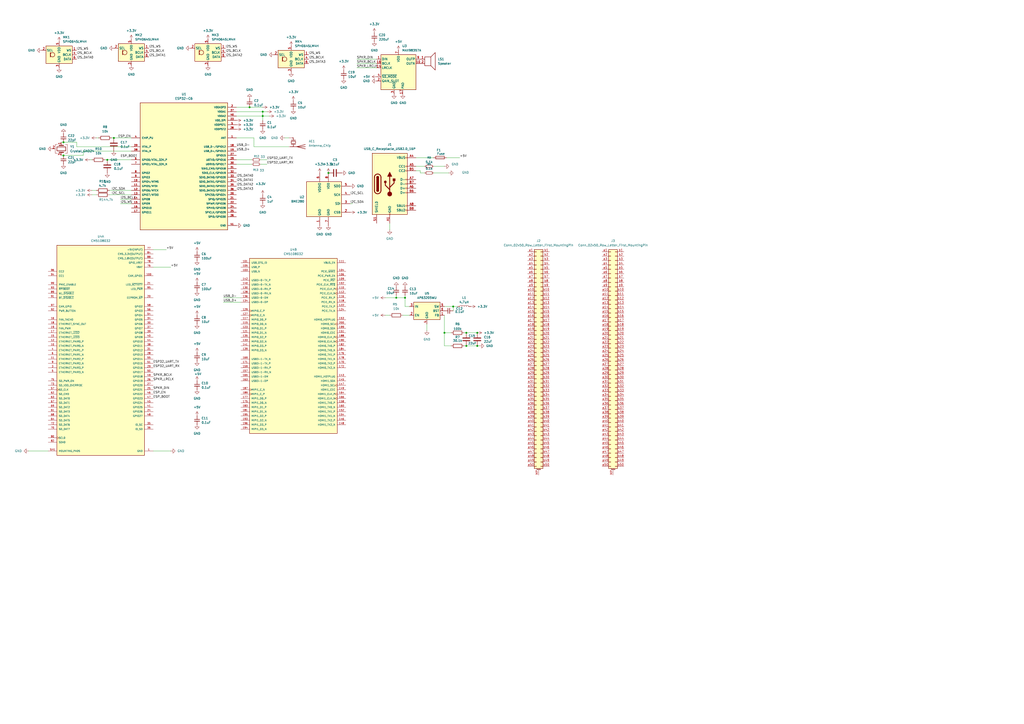
<source format=kicad_sch>
(kicad_sch (version 20250114) (generator "eeschema") (generator_version "9.0")
  (paper "A2")
  (lib_symbols
    (symbol "Audio:MAX98357A"
      (property "Reference" "U" (at -8.89 11.43 0))
      (property "Value" "MAX98357A" (at 10.16 11.43 0))
      (symbol "MAX98357A_1_1"
        (pin input line (at -12.7 7.62 0) (length 2.54) (name "DIN") (number "1"))
        (pin input line (at -12.7 5.08 0) (length 2.54) (name "BCLK") (number "16"))
        (pin input line (at -12.7 2.54 0) (length 2.54) (name "LRCLK") (number "14"))
        (pin input line (at -12.7 -2.54 0) (length 2.54) (name "~{SD_MODE}") (number "4"))
        (pin passive line (at -12.7 -5.08 0) (length 2.54) (name "GAIN_SLOT") (number "2"))
        (pin passive line (at -2.54 -12.7 90) (length 2.54) (hide yes) (name "GND") (number "11"))
        (pin passive line (at -2.54 -12.7 90) (length 2.54) (hide yes) (name "GND") (number "15"))
        (pin power_in line (at -2.54 -12.7 90) (length 2.54) (name "GND") (number "3"))
        (pin power_in line (at 0 12.7 270) (length 2.54) (name "VDD") (number "7"))
        (pin passive line (at 0 12.7 270) (length 2.54) (hide yes) (name "VDD") (number "8"))
        (pin unspecified line (at 2.54 -12.7 90) (length 2.54) (name "PAD") (number "17"))
        (pin no_connect line (at 10.16 2.54 180) (length 2.54) (hide yes) (name "NC") (number "5"))
        (pin no_connect line (at 10.16 0 180) (length 2.54) (hide yes) (name "NC") (number "6"))
        (pin no_connect line (at 10.16 -5.08 180) (length 2.54) (hide yes) (name "NC") (number "12"))
        (pin no_connect line (at 10.16 -7.62 180) (length 2.54) (hide yes) (name "NC") (number "13"))
        (pin output line (at 12.7 7.62 180) (length 2.54) (name "OUTP") (number "9"))
        (pin output line (at 12.7 5.08 180) (length 2.54) (name "OUTN") (number "10"))
      )
    )
    (symbol "CM5108032:CM5108032" (pin_names (offset 1.016))
      (property "Reference" "U" (at -25.4 61.722 0))
      (property "Value" "CM5108032" (at -25.4 -61.722 0))
      (symbol "CM5108032_1_0"
        (pin bidirectional line (at -30.48 45.72 0) (length 5.08) (name "CC2") (number "96"))
        (pin bidirectional line (at -30.48 43.18 0) (length 5.08) (name "CC1") (number "94"))
        (pin input line (at -30.48 38.1 0) (length 5.08) (name "PMIC_ENABLE") (number "99"))
        (pin input line (at -30.48 35.56 0) (length 5.08) (name "~{RPIBOOT}") (number "93"))
        (pin input line (at -30.48 33.02 0) (length 5.08) (name "WL_~{DISABLE}") (number "89"))
        (pin input line (at -30.48 30.48 0) (length 5.08) (name "BT_~{DISABLE}") (number "91"))
        (pin bidirectional line (at -30.48 25.4 0) (length 5.08) (name "CAM_GPIO") (number "97"))
        (pin input line (at -30.48 22.86 0) (length 5.08) (name "PWR_BUTTON") (number "92"))
        (pin input line (at -30.48 17.78 0) (length 5.08) (name "FAN_TACHO") (number "16"))
        (pin output line (at -30.48 15.24 0) (length 5.08) (name "ETHERNET_SYNC_OUT") (number "18"))
        (pin output line (at -30.48 12.7 0) (length 5.08) (name "FAN_PWM") (number "19"))
        (pin output line (at -30.48 10.16 0) (length 5.08) (name "ETHERNET_~{LED2}") (number "17"))
        (pin output line (at -30.48 7.62 0) (length 5.08) (name "ETHERNET_~{LED3}") (number "15"))
        (pin bidirectional line (at -30.48 5.08 0) (length 5.08) (name "ETHERNET_PAIR0_P") (number "12"))
        (pin bidirectional line (at -30.48 2.54 0) (length 5.08) (name "ETHERNET_PAIR0_N") (number "10"))
        (pin bidirectional line (at -30.48 0 0) (length 5.08) (name "ETHERNET_PAIR1_P") (number "4"))
        (pin bidirectional line (at -30.48 -2.54 0) (length 5.08) (name "ETHERNET_PAIR1_N") (number "6"))
        (pin bidirectional line (at -30.48 -5.08 0) (length 5.08) (name "ETHERNET_PAIR2_P") (number "11"))
        (pin bidirectional line (at -30.48 -7.62 0) (length 5.08) (name "ETHERNET_PAIR2_N") (number "9"))
        (pin bidirectional line (at -30.48 -10.16 0) (length 5.08) (name "ETHERNET_PAIR3_P") (number "3"))
        (pin bidirectional line (at -30.48 -12.7 0) (length 5.08) (name "ETHERNET_PAIR3_N") (number "5"))
        (pin output line (at -30.48 -17.78 0) (length 5.08) (name "SD_PWR_ON") (number "75"))
        (pin input line (at -30.48 -20.32 0) (length 5.08) (name "SD_VDD_OVERRIDE") (number "73"))
        (pin bidirectional clock (at -30.48 -22.86 0) (length 5.08) (name "SD_CLK") (number "57"))
        (pin input line (at -30.48 -25.4 0) (length 5.08) (name "SD_CMD") (number "62"))
        (pin bidirectional line (at -30.48 -27.94 0) (length 5.08) (name "SD_DAT0") (number "63"))
        (pin bidirectional line (at -30.48 -30.48 0) (length 5.08) (name "SD_DAT1") (number "67"))
        (pin bidirectional line (at -30.48 -33.02 0) (length 5.08) (name "SD_DAT2") (number "69"))
        (pin bidirectional line (at -30.48 -35.56 0) (length 5.08) (name "SD_DAT3") (number "61"))
        (pin bidirectional line (at -30.48 -38.1 0) (length 5.08) (name "SD_DAT4") (number "68"))
        (pin bidirectional line (at -30.48 -40.64 0) (length 5.08) (name "SD_DAT5") (number "64"))
        (pin bidirectional line (at -30.48 -43.18 0) (length 5.08) (name "SD_DAT6") (number "72"))
        (pin bidirectional line (at -30.48 -45.72 0) (length 5.08) (name "SD_DAT7") (number "70"))
        (pin input clock (at -30.48 -50.8 0) (length 5.08) (name "SCL0") (number "80"))
        (pin bidirectional line (at -30.48 -53.34 0) (length 5.08) (name "SDA0") (number "82"))
        (pin passive line (at -30.48 -58.42 0) (length 5.08) (name "MOUNTING_PADS") (number "SH1"))
        (pin passive line (at -30.48 -58.42 0) (length 5.08) (hide yes) (name "MOUNTING_PADS") (number "SH2"))
        (pin passive line (at -30.48 -58.42 0) (length 5.08) (hide yes) (name "MOUNTING_PADS") (number "SH3"))
        (pin passive line (at -30.48 -58.42 0) (length 5.08) (hide yes) (name "MOUNTING_PADS") (number "SH4"))
        (pin power_in line (at 30.48 58.42 180) (length 5.08) (name "+5V(INPUT)") (number "77"))
        (pin power_in line (at 30.48 58.42 180) (length 5.08) (hide yes) (name "+5V(INPUT)") (number "79"))
        (pin power_in line (at 30.48 58.42 180) (length 5.08) (hide yes) (name "+5V(INPUT)") (number "81"))
        (pin power_in line (at 30.48 58.42 180) (length 5.08) (hide yes) (name "+5V(INPUT)") (number "83"))
        (pin power_in line (at 30.48 58.42 180) (length 5.08) (hide yes) (name "+5V(INPUT)") (number "85"))
        (pin power_in line (at 30.48 58.42 180) (length 5.08) (hide yes) (name "+5V(INPUT)") (number "87"))
        (pin power_in line (at 30.48 55.88 180) (length 5.08) (name "CM5_3.3V(OUTPUT)") (number "84"))
        (pin power_in line (at 30.48 55.88 180) (length 5.08) (hide yes) (name "CM5_3.3V(OUTPUT)") (number "86"))
        (pin power_in line (at 30.48 53.34 180) (length 5.08) (name "CM5_1.8V(OUTPUT)") (number "88"))
        (pin power_in line (at 30.48 53.34 180) (length 5.08) (hide yes) (name "CM5_1.8V(OUTPUT)") (number "90"))
        (pin power_in line (at 30.48 50.8 180) (length 5.08) (name "GPIO_VREF") (number "78"))
        (pin power_in line (at 30.48 48.26 180) (length 5.08) (name "VBAT") (number "76"))
        (pin output line (at 30.48 43.18 180) (length 5.08) (name "CAM_GPIO1") (number "100"))
        (pin bidirectional line (at 30.48 38.1 180) (length 5.08) (name "LED_~{ACTIVITY}") (number "21"))
        (pin output line (at 30.48 35.56 180) (length 5.08) (name "LED_~{PWR}") (number "95"))
        (pin bidirectional line (at 30.48 30.48 180) (length 5.08) (name "EEPROM_~{WP}") (number "20"))
        (pin bidirectional line (at 30.48 25.4 180) (length 5.08) (name "GPIO2") (number "58"))
        (pin bidirectional line (at 30.48 22.86 180) (length 5.08) (name "GPIO3") (number "56"))
        (pin bidirectional line (at 30.48 20.32 180) (length 5.08) (name "GPIO4") (number "54"))
        (pin bidirectional line (at 30.48 17.78 180) (length 5.08) (name "GPIO5") (number "34"))
        (pin bidirectional line (at 30.48 15.24 180) (length 5.08) (name "GPIO6") (number "30"))
        (pin bidirectional line (at 30.48 12.7 180) (length 5.08) (name "GPIO7") (number "37"))
        (pin bidirectional line (at 30.48 10.16 180) (length 5.08) (name "GPIO8") (number "39"))
        (pin bidirectional line (at 30.48 7.62 180) (length 5.08) (name "GPIO9") (number "40"))
        (pin bidirectional line (at 30.48 5.08 180) (length 5.08) (name "GPIO10") (number "44"))
        (pin bidirectional line (at 30.48 2.54 180) (length 5.08) (name "GPIO11") (number "38"))
        (pin bidirectional line (at 30.48 0 180) (length 5.08) (name "GPIO12") (number "31"))
        (pin bidirectional line (at 30.48 -2.54 180) (length 5.08) (name "GPIO13") (number "28"))
        (pin bidirectional line (at 30.48 -5.08 180) (length 5.08) (name "GPIO14") (number "55"))
        (pin bidirectional line (at 30.48 -7.62 180) (length 5.08) (name "GPIO15") (number "51"))
        (pin bidirectional line (at 30.48 -10.16 180) (length 5.08) (name "GPIO16") (number "29"))
        (pin bidirectional line (at 30.48 -12.7 180) (length 5.08) (name "GPIO17") (number "50"))
        (pin bidirectional line (at 30.48 -15.24 180) (length 5.08) (name "GPIO18") (number "49"))
        (pin bidirectional line (at 30.48 -17.78 180) (length 5.08) (name "GPIO19") (number "26"))
        (pin bidirectional line (at 30.48 -20.32 180) (length 5.08) (name "GPIO20") (number "27"))
        (pin bidirectional line (at 30.48 -22.86 180) (length 5.08) (name "GPIO21") (number "25"))
        (pin bidirectional line (at 30.48 -25.4 180) (length 5.08) (name "GPIO22") (number "46"))
        (pin bidirectional line (at 30.48 -27.94 180) (length 5.08) (name "GPIO23") (number "47"))
        (pin bidirectional line (at 30.48 -30.48 180) (length 5.08) (name "GPIO24") (number "45"))
        (pin bidirectional line (at 30.48 -33.02 180) (length 5.08) (name "GPIO25") (number "41"))
        (pin bidirectional line (at 30.48 -35.56 180) (length 5.08) (name "GPIO26") (number "24"))
        (pin bidirectional line (at 30.48 -38.1 180) (length 5.08) (name "GPIO27") (number "48"))
        (pin bidirectional line (at 30.48 -43.18 180) (length 5.08) (name "ID_SC") (number "35"))
        (pin bidirectional line (at 30.48 -45.72 180) (length 5.08) (name "ID_SD") (number "36"))
        (pin power_in line (at 30.48 -58.42 180) (length 5.08) (name "GND") (number "1"))
        (pin power_in line (at 30.48 -58.42 180) (length 5.08) (hide yes) (name "GND") (number "107"))
        (pin power_in line (at 30.48 -58.42 180) (length 5.08) (hide yes) (name "GND") (number "108"))
        (pin power_in line (at 30.48 -58.42 180) (length 5.08) (hide yes) (name "GND") (number "113"))
        (pin power_in line (at 30.48 -58.42 180) (length 5.08) (hide yes) (name "GND") (number "114"))
        (pin power_in line (at 30.48 -58.42 180) (length 5.08) (hide yes) (name "GND") (number "119"))
        (pin power_in line (at 30.48 -58.42 180) (length 5.08) (hide yes) (name "GND") (number "120"))
        (pin power_in line (at 30.48 -58.42 180) (length 5.08) (hide yes) (name "GND") (number "125"))
        (pin power_in line (at 30.48 -58.42 180) (length 5.08) (hide yes) (name "GND") (number "126"))
        (pin power_in line (at 30.48 -58.42 180) (length 5.08) (hide yes) (name "GND") (number "13"))
        (pin power_in line (at 30.48 -58.42 180) (length 5.08) (hide yes) (name "GND") (number "131"))
        (pin power_in line (at 30.48 -58.42 180) (length 5.08) (hide yes) (name "GND") (number "132"))
        (pin power_in line (at 30.48 -58.42 180) (length 5.08) (hide yes) (name "GND") (number "137"))
        (pin power_in line (at 30.48 -58.42 180) (length 5.08) (hide yes) (name "GND") (number "138"))
        (pin power_in line (at 30.48 -58.42 180) (length 5.08) (hide yes) (name "GND") (number "14"))
        (pin power_in line (at 30.48 -58.42 180) (length 5.08) (hide yes) (name "GND") (number "144"))
        (pin power_in line (at 30.48 -58.42 180) (length 5.08) (hide yes) (name "GND") (number "150"))
        (pin power_in line (at 30.48 -58.42 180) (length 5.08) (hide yes) (name "GND") (number "155"))
        (pin power_in line (at 30.48 -58.42 180) (length 5.08) (hide yes) (name "GND") (number "156"))
        (pin power_in line (at 30.48 -58.42 180) (length 5.08) (hide yes) (name "GND") (number "161"))
        (pin power_in line (at 30.48 -58.42 180) (length 5.08) (hide yes) (name "GND") (number "162"))
        (pin power_in line (at 30.48 -58.42 180) (length 5.08) (hide yes) (name "GND") (number "167"))
        (pin power_in line (at 30.48 -58.42 180) (length 5.08) (hide yes) (name "GND") (number "168"))
        (pin power_in line (at 30.48 -58.42 180) (length 5.08) (hide yes) (name "GND") (number "173"))
        (pin power_in line (at 30.48 -58.42 180) (length 5.08) (hide yes) (name "GND") (number "174"))
        (pin power_in line (at 30.48 -58.42 180) (length 5.08) (hide yes) (name "GND") (number "179"))
        (pin power_in line (at 30.48 -58.42 180) (length 5.08) (hide yes) (name "GND") (number "180"))
        (pin power_in line (at 30.48 -58.42 180) (length 5.08) (hide yes) (name "GND") (number "185"))
        (pin power_in line (at 30.48 -58.42 180) (length 5.08) (hide yes) (name "GND") (number "186"))
        (pin power_in line (at 30.48 -58.42 180) (length 5.08) (hide yes) (name "GND") (number "191"))
        (pin power_in line (at 30.48 -58.42 180) (length 5.08) (hide yes) (name "GND") (number "192"))
        (pin power_in line (at 30.48 -58.42 180) (length 5.08) (hide yes) (name "GND") (number "197"))
        (pin power_in line (at 30.48 -58.42 180) (length 5.08) (hide yes) (name "GND") (number "198"))
        (pin power_in line (at 30.48 -58.42 180) (length 5.08) (hide yes) (name "GND") (number "2"))
        (pin power_in line (at 30.48 -58.42 180) (length 5.08) (hide yes) (name "GND") (number "22"))
        (pin power_in line (at 30.48 -58.42 180) (length 5.08) (hide yes) (name "GND") (number "23"))
        (pin power_in line (at 30.48 -58.42 180) (length 5.08) (hide yes) (name "GND") (number "32"))
        (pin power_in line (at 30.48 -58.42 180) (length 5.08) (hide yes) (name "GND") (number "33"))
        (pin power_in line (at 30.48 -58.42 180) (length 5.08) (hide yes) (name "GND") (number "42"))
        (pin power_in line (at 30.48 -58.42 180) (length 5.08) (hide yes) (name "GND") (number "43"))
        (pin power_in line (at 30.48 -58.42 180) (length 5.08) (hide yes) (name "GND") (number "52"))
        (pin power_in line (at 30.48 -58.42 180) (length 5.08) (hide yes) (name "GND") (number "53"))
        (pin power_in line (at 30.48 -58.42 180) (length 5.08) (hide yes) (name "GND") (number "59"))
        (pin power_in line (at 30.48 -58.42 180) (length 5.08) (hide yes) (name "GND") (number "60"))
        (pin power_in line (at 30.48 -58.42 180) (length 5.08) (hide yes) (name "GND") (number "65"))
        (pin power_in line (at 30.48 -58.42 180) (length 5.08) (hide yes) (name "GND") (number "66"))
        (pin power_in line (at 30.48 -58.42 180) (length 5.08) (hide yes) (name "GND") (number "7"))
        (pin power_in line (at 30.48 -58.42 180) (length 5.08) (hide yes) (name "GND") (number "71"))
        (pin power_in line (at 30.48 -58.42 180) (length 5.08) (hide yes) (name "GND") (number "74"))
        (pin power_in line (at 30.48 -58.42 180) (length 5.08) (hide yes) (name "GND") (number "8"))
        (pin power_in line (at 30.48 -58.42 180) (length 5.08) (hide yes) (name "GND") (number "98"))
      )
      (symbol "CM5108032_2_0"
        (pin input line (at -30.48 48.26 0) (length 5.08) (name "USB_OTG_ID") (number "101"))
        (pin bidirectional line (at -30.48 45.72 0) (length 5.08) (name "USB_P") (number "105"))
        (pin bidirectional line (at -30.48 43.18 0) (length 5.08) (name "USB_N") (number "103"))
        (pin bidirectional line (at -30.48 38.1 0) (length 5.08) (name "USB3-0-TX_P") (number "142"))
        (pin bidirectional line (at -30.48 35.56 0) (length 5.08) (name "USB3-0-TX_N") (number "140"))
        (pin bidirectional line (at -30.48 33.02 0) (length 5.08) (name "USB3-0-RX_P") (number "130"))
        (pin bidirectional line (at -30.48 30.48 0) (length 5.08) (name "USB3-0-RX_N") (number "128"))
        (pin bidirectional line (at -30.48 27.94 0) (length 5.08) (name "USB3-0-DM") (number "136"))
        (pin bidirectional line (at -30.48 25.4 0) (length 5.08) (name "USB3-0-DP") (number "134"))
        (pin input clock (at -30.48 20.32 0) (length 5.08) (name "MIPI0_C_P") (number "129"))
        (pin input clock (at -30.48 17.78 0) (length 5.08) (name "MIPI0_C_N") (number "127"))
        (pin input line (at -30.48 15.24 0) (length 5.08) (name "MIPI0_D0_P") (number "117"))
        (pin input line (at -30.48 12.7 0) (length 5.08) (name "MIPI0_D0_N") (number "115"))
        (pin input line (at -30.48 10.16 0) (length 5.08) (name "MIPI0_D1_P") (number "123"))
        (pin input line (at -30.48 7.62 0) (length 5.08) (name "MIPI0_D1_N") (number "121"))
        (pin input line (at -30.48 5.08 0) (length 5.08) (name "MIPI0_D2_P") (number "135"))
        (pin input line (at -30.48 2.54 0) (length 5.08) (name "MIPI0_D2_N") (number "133"))
        (pin input line (at -30.48 0 0) (length 5.08) (name "MIPI0_D3_P") (number "141"))
        (pin input line (at -30.48 -2.54 0) (length 5.08) (name "MIPI0_D3_N") (number "139"))
        (pin bidirectional line (at -30.48 -7.62 0) (length 5.08) (name "USB3-1-TX_N") (number "169"))
        (pin bidirectional line (at -30.48 -10.16 0) (length 5.08) (name "USB3-1-TX_P") (number "171"))
        (pin bidirectional line (at -30.48 -12.7 0) (length 5.08) (name "USB3-1-RX_P") (number "159"))
        (pin bidirectional line (at -30.48 -15.24 0) (length 5.08) (name "USB3-1-RX_N") (number "157"))
        (pin bidirectional line (at -30.48 -17.78 0) (length 5.08) (name "USB3-1-DM") (number "165"))
        (pin bidirectional line (at -30.48 -20.32 0) (length 5.08) (name "USB3-1-DP") (number "163"))
        (pin output clock (at -30.48 -25.4 0) (length 5.08) (name "MIPI1_C_N") (number "187"))
        (pin output clock (at -30.48 -27.94 0) (length 5.08) (name "MIPI1_C_P") (number "189"))
        (pin output line (at -30.48 -30.48 0) (length 5.08) (name "MIPI1_D0_P") (number "177"))
        (pin output line (at -30.48 -33.02 0) (length 5.08) (name "MIPI1_D0_N") (number "175"))
        (pin output line (at -30.48 -35.56 0) (length 5.08) (name "MIPI1_D1_P") (number "183"))
        (pin output line (at -30.48 -38.1 0) (length 5.08) (name "MIPI1_D1_N") (number "181"))
        (pin output line (at -30.48 -40.64 0) (length 5.08) (name "MIPI1_D2_P") (number "195"))
        (pin output line (at -30.48 -43.18 0) (length 5.08) (name "MIPI1_D2_N") (number "193"))
        (pin output line (at -30.48 -45.72 0) (length 5.08) (name "MIPI1_D3_P") (number "196"))
        (pin output line (at -30.48 -48.26 0) (length 5.08) (name "MIPI1_D3_N") (number "194"))
        (pin output line (at 30.48 48.26 180) (length 5.08) (name "VBUS_EN") (number "111"))
        (pin input line (at 30.48 43.18 180) (length 5.08) (name "PCIE_~{WAKE}") (number "104"))
        (pin output line (at 30.48 40.64 180) (length 5.08) (name "PCIE_PWR_EN") (number "106"))
        (pin output line (at 30.48 38.1 180) (length 5.08) (name "PCIE_~{RST}") (number "109"))
        (pin input line (at 30.48 35.56 180) (length 5.08) (name "PCIE_CLK_~{REQ}") (number "102"))
        (pin output clock (at 30.48 33.02 180) (length 5.08) (name "PCIE_CLK_P") (number "110"))
        (pin output clock (at 30.48 30.48 180) (length 5.08) (name "PCIE_CLK_N") (number "112"))
        (pin input line (at 30.48 27.94 180) (length 5.08) (name "PCIE_RX_P") (number "116"))
        (pin input line (at 30.48 25.4 180) (length 5.08) (name "PCIE_RX_N") (number "118"))
        (pin output line (at 30.48 22.86 180) (length 5.08) (name "PCIE_TX_P") (number "122"))
        (pin output line (at 30.48 20.32 180) (length 5.08) (name "PCIE_TX_N") (number "124"))
        (pin input line (at 30.48 15.24 180) (length 5.08) (name "HDMI0_HOTPLUG") (number "153"))
        (pin bidirectional clock (at 30.48 12.7 180) (length 5.08) (name "HDMI0_SCL") (number "200"))
        (pin bidirectional line (at 30.48 10.16 180) (length 5.08) (name "HDMI0_SDA") (number "199"))
        (pin input line (at 30.48 7.62 180) (length 5.08) (name "HDMI0_CEC") (number "151"))
        (pin output clock (at 30.48 5.08 180) (length 5.08) (name "HDMI0_CLK_P") (number "188"))
        (pin output clock (at 30.48 2.54 180) (length 5.08) (name "HDMI0_CLK_N") (number "190"))
        (pin output line (at 30.48 0 180) (length 5.08) (name "HDMI0_TX0_P") (number "182"))
        (pin output line (at 30.48 -2.54 180) (length 5.08) (name "HDMI0_TX0_N") (number "184"))
        (pin output line (at 30.48 -5.08 180) (length 5.08) (name "HDMI0_TX1_P") (number "176"))
        (pin output line (at 30.48 -7.62 180) (length 5.08) (name "HDMI0_TX1_N") (number "178"))
        (pin output line (at 30.48 -10.16 180) (length 5.08) (name "HDMI0_TX2_P") (number "170"))
        (pin output line (at 30.48 -12.7 180) (length 5.08) (name "HDMI0_TX2_N") (number "172"))
        (pin input line (at 30.48 -17.78 180) (length 5.08) (name "HDMI1_HOTPLUG") (number "143"))
        (pin bidirectional line (at 30.48 -20.32 180) (length 5.08) (name "HDMI1_SDA") (number "145"))
        (pin bidirectional clock (at 30.48 -22.86 180) (length 5.08) (name "HDMI1_SCL") (number "147"))
        (pin input line (at 30.48 -25.4 180) (length 5.08) (name "HDMI1_CEC") (number "149"))
        (pin output clock (at 30.48 -27.94 180) (length 5.08) (name "HDMI1_CLK_P") (number "164"))
        (pin output clock (at 30.48 -30.48 180) (length 5.08) (name "HDMI1_CLK_N") (number "166"))
        (pin output line (at 30.48 -33.02 180) (length 5.08) (name "HDMI1_TX0_P") (number "158"))
        (pin output line (at 30.48 -35.56 180) (length 5.08) (name "HDMI1_TX0_N") (number "160"))
        (pin output line (at 30.48 -38.1 180) (length 5.08) (name "HDMI1_TX1_P") (number "152"))
        (pin output line (at 30.48 -40.64 180) (length 5.08) (name "HDMI1_TX1_N") (number "154"))
        (pin output line (at 30.48 -43.18 180) (length 5.08) (name "HDMI1_TX2_P") (number "146"))
        (pin output line (at 30.48 -45.72 180) (length 5.08) (name "HDMI1_TX2_N") (number "148"))
      )
    )
    (symbol "Connector:USB_C_Receptacle_USB2.0_16P" (pin_names (offset 1.016))
      (property "Reference" "J" (at 0 22.225 0))
      (property "Value" "USB_C_Receptacle_USB2.0_16P" (at 0 19.685 0))
      (symbol "USB_C_Receptacle_USB2.0_16P_1_1"
        (pin passive line (at -7.62 -22.86 90) (length 5.08) (name "SHIELD") (number "S1"))
        (pin passive line (at 0 -22.86 90) (length 5.08) (name "GND") (number "A1"))
        (pin passive line (at 0 -22.86 90) (length 5.08) (hide yes) (name "GND") (number "A12"))
        (pin passive line (at 0 -22.86 90) (length 5.08) (hide yes) (name "GND") (number "B1"))
        (pin passive line (at 0 -22.86 90) (length 5.08) (hide yes) (name "GND") (number "B12"))
        (pin passive line (at 15.24 15.24 180) (length 5.08) (name "VBUS") (number "A4"))
        (pin passive line (at 15.24 15.24 180) (length 5.08) (hide yes) (name "VBUS") (number "A9"))
        (pin passive line (at 15.24 15.24 180) (length 5.08) (hide yes) (name "VBUS") (number "B4"))
        (pin passive line (at 15.24 15.24 180) (length 5.08) (hide yes) (name "VBUS") (number "B9"))
        (pin bidirectional line (at 15.24 10.16 180) (length 5.08) (name "CC1") (number "A5"))
        (pin bidirectional line (at 15.24 7.62 180) (length 5.08) (name "CC2") (number "B5"))
        (pin bidirectional line (at 15.24 2.54 180) (length 5.08) (name "D-") (number "A7"))
        (pin bidirectional line (at 15.24 0 180) (length 5.08) (name "D-") (number "B7"))
        (pin bidirectional line (at 15.24 -2.54 180) (length 5.08) (name "D+") (number "A6"))
        (pin bidirectional line (at 15.24 -5.08 180) (length 5.08) (name "D+") (number "B6"))
        (pin bidirectional line (at 15.24 -12.7 180) (length 5.08) (name "SBU1") (number "A8"))
        (pin bidirectional line (at 15.24 -15.24 180) (length 5.08) (name "SBU2") (number "B8"))
      )
    )
    (symbol "Connector_Generic_MountingPin:Conn_02x50_Row_Letter_First_MountingPin" (pin_names (offset 1.016) (hide yes))
      (property "Reference" "J" (at 1.27 63.5 0))
      (property "Value" "Conn_02x50_Row_Letter_First_MountingPin" (at 2.54 -66.04 0))
      (symbol "Conn_02x50_Row_Letter_First_MountingPin_1_1"
        (text "Mounting" (at 1.27 -65.151 0) (effects (font (size 0.381 0.381))))
        (pin passive line (at -5.08 60.96 0) (length 3.81) (name "Pin_a1") (number "a1"))
        (pin passive line (at -5.08 58.42 0) (length 3.81) (name "Pin_a2") (number "a2"))
        (pin passive line (at -5.08 55.88 0) (length 3.81) (name "Pin_a3") (number "a3"))
        (pin passive line (at -5.08 53.34 0) (length 3.81) (name "Pin_a4") (number "a4"))
        (pin passive line (at -5.08 50.8 0) (length 3.81) (name "Pin_a5") (number "a5"))
        (pin passive line (at -5.08 48.26 0) (length 3.81) (name "Pin_a6") (number "a6"))
        (pin passive line (at -5.08 45.72 0) (length 3.81) (name "Pin_a7") (number "a7"))
        (pin passive line (at -5.08 43.18 0) (length 3.81) (name "Pin_a8") (number "a8"))
        (pin passive line (at -5.08 40.64 0) (length 3.81) (name "Pin_a9") (number "a9"))
        (pin passive line (at -5.08 38.1 0) (length 3.81) (name "Pin_a10") (number "a10"))
        (pin passive line (at -5.08 35.56 0) (length 3.81) (name "Pin_a11") (number "a11"))
        (pin passive line (at -5.08 33.02 0) (length 3.81) (name "Pin_a12") (number "a12"))
        (pin passive line (at -5.08 30.48 0) (length 3.81) (name "Pin_a13") (number "a13"))
        (pin passive line (at -5.08 27.94 0) (length 3.81) (name "Pin_a14") (number "a14"))
        (pin passive line (at -5.08 25.4 0) (length 3.81) (name "Pin_a15") (number "a15"))
        (pin passive line (at -5.08 22.86 0) (length 3.81) (name "Pin_a16") (number "a16"))
        (pin passive line (at -5.08 20.32 0) (length 3.81) (name "Pin_a17") (number "a17"))
        (pin passive line (at -5.08 17.78 0) (length 3.81) (name "Pin_a18") (number "a18"))
        (pin passive line (at -5.08 15.24 0) (length 3.81) (name "Pin_a19") (number "a19"))
        (pin passive line (at -5.08 12.7 0) (length 3.81) (name "Pin_a20") (number "a20"))
        (pin passive line (at -5.08 10.16 0) (length 3.81) (name "Pin_a21") (number "a21"))
        (pin passive line (at -5.08 7.62 0) (length 3.81) (name "Pin_a22") (number "a22"))
        (pin passive line (at -5.08 5.08 0) (length 3.81) (name "Pin_a23") (number "a23"))
        (pin passive line (at -5.08 2.54 0) (length 3.81) (name "Pin_a24") (number "a24"))
        (pin passive line (at -5.08 0 0) (length 3.81) (name "Pin_a25") (number "a25"))
        (pin passive line (at -5.08 -2.54 0) (length 3.81) (name "Pin_a26") (number "a26"))
        (pin passive line (at -5.08 -5.08 0) (length 3.81) (name "Pin_a27") (number "a27"))
        (pin passive line (at -5.08 -7.62 0) (length 3.81) (name "Pin_a28") (number "a28"))
        (pin passive line (at -5.08 -10.16 0) (length 3.81) (name "Pin_a29") (number "a29"))
        (pin passive line (at -5.08 -12.7 0) (length 3.81) (name "Pin_a30") (number "a30"))
        (pin passive line (at -5.08 -15.24 0) (length 3.81) (name "Pin_a31") (number "a31"))
        (pin passive line (at -5.08 -17.78 0) (length 3.81) (name "Pin_a32") (number "a32"))
        (pin passive line (at -5.08 -20.32 0) (length 3.81) (name "Pin_a33") (number "a33"))
        (pin passive line (at -5.08 -22.86 0) (length 3.81) (name "Pin_a34") (number "a34"))
        (pin passive line (at -5.08 -25.4 0) (length 3.81) (name "Pin_a35") (number "a35"))
        (pin passive line (at -5.08 -27.94 0) (length 3.81) (name "Pin_a36") (number "a36"))
        (pin passive line (at -5.08 -30.48 0) (length 3.81) (name "Pin_a37") (number "a37"))
        (pin passive line (at -5.08 -33.02 0) (length 3.81) (name "Pin_a38") (number "a38"))
        (pin passive line (at -5.08 -35.56 0) (length 3.81) (name "Pin_a39") (number "a39"))
        (pin passive line (at -5.08 -38.1 0) (length 3.81) (name "Pin_a40") (number "a40"))
        (pin passive line (at -5.08 -40.64 0) (length 3.81) (name "Pin_a41") (number "a41"))
        (pin passive line (at -5.08 -43.18 0) (length 3.81) (name "Pin_a42") (number "a42"))
        (pin passive line (at -5.08 -45.72 0) (length 3.81) (name "Pin_a43") (number "a43"))
        (pin passive line (at -5.08 -48.26 0) (length 3.81) (name "Pin_a44") (number "a44"))
        (pin passive line (at -5.08 -50.8 0) (length 3.81) (name "Pin_a45") (number "a45"))
        (pin passive line (at -5.08 -53.34 0) (length 3.81) (name "Pin_a46") (number "a46"))
        (pin passive line (at -5.08 -55.88 0) (length 3.81) (name "Pin_a47") (number "a47"))
        (pin passive line (at -5.08 -58.42 0) (length 3.81) (name "Pin_a48") (number "a48"))
        (pin passive line (at -5.08 -60.96 0) (length 3.81) (name "Pin_a49") (number "a49"))
        (pin passive line (at -5.08 -63.5 0) (length 3.81) (name "Pin_a50") (number "a50"))
        (pin passive line (at 1.27 -68.58 90) (length 3.048) (name "MountPin") (number "MP"))
        (pin passive line (at 7.62 60.96 180) (length 3.81) (name "Pin_b1") (number "b1"))
        (pin passive line (at 7.62 58.42 180) (length 3.81) (name "Pin_b2") (number "b2"))
        (pin passive line (at 7.62 55.88 180) (length 3.81) (name "Pin_b3") (number "b3"))
        (pin passive line (at 7.62 53.34 180) (length 3.81) (name "Pin_b4") (number "b4"))
        (pin passive line (at 7.62 50.8 180) (length 3.81) (name "Pin_b5") (number "b5"))
        (pin passive line (at 7.62 48.26 180) (length 3.81) (name "Pin_b6") (number "b6"))
        (pin passive line (at 7.62 45.72 180) (length 3.81) (name "Pin_b7") (number "b7"))
        (pin passive line (at 7.62 43.18 180) (length 3.81) (name "Pin_b8") (number "b8"))
        (pin passive line (at 7.62 40.64 180) (length 3.81) (name "Pin_b9") (number "b9"))
        (pin passive line (at 7.62 38.1 180) (length 3.81) (name "Pin_b10") (number "b10"))
        (pin passive line (at 7.62 35.56 180) (length 3.81) (name "Pin_b11") (number "b11"))
        (pin passive line (at 7.62 33.02 180) (length 3.81) (name "Pin_b12") (number "b12"))
        (pin passive line (at 7.62 30.48 180) (length 3.81) (name "Pin_b13") (number "b13"))
        (pin passive line (at 7.62 27.94 180) (length 3.81) (name "Pin_b14") (number "b14"))
        (pin passive line (at 7.62 25.4 180) (length 3.81) (name "Pin_b15") (number "b15"))
        (pin passive line (at 7.62 22.86 180) (length 3.81) (name "Pin_b16") (number "b16"))
        (pin passive line (at 7.62 20.32 180) (length 3.81) (name "Pin_b17") (number "b17"))
        (pin passive line (at 7.62 17.78 180) (length 3.81) (name "Pin_b18") (number "b18"))
        (pin passive line (at 7.62 15.24 180) (length 3.81) (name "Pin_b19") (number "b19"))
        (pin passive line (at 7.62 12.7 180) (length 3.81) (name "Pin_b20") (number "b20"))
        (pin passive line (at 7.62 10.16 180) (length 3.81) (name "Pin_b21") (number "b21"))
        (pin passive line (at 7.62 7.62 180) (length 3.81) (name "Pin_b22") (number "b22"))
        (pin passive line (at 7.62 5.08 180) (length 3.81) (name "Pin_b23") (number "b23"))
        (pin passive line (at 7.62 2.54 180) (length 3.81) (name "Pin_b24") (number "b24"))
        (pin passive line (at 7.62 0 180) (length 3.81) (name "Pin_b25") (number "b25"))
        (pin passive line (at 7.62 -2.54 180) (length 3.81) (name "Pin_b26") (number "b26"))
        (pin passive line (at 7.62 -5.08 180) (length 3.81) (name "Pin_b27") (number "b27"))
        (pin passive line (at 7.62 -7.62 180) (length 3.81) (name "Pin_b28") (number "b28"))
        (pin passive line (at 7.62 -10.16 180) (length 3.81) (name "Pin_b29") (number "b29"))
        (pin passive line (at 7.62 -12.7 180) (length 3.81) (name "Pin_b30") (number "b30"))
        (pin passive line (at 7.62 -15.24 180) (length 3.81) (name "Pin_b31") (number "b31"))
        (pin passive line (at 7.62 -17.78 180) (length 3.81) (name "Pin_b32") (number "b32"))
        (pin passive line (at 7.62 -20.32 180) (length 3.81) (name "Pin_b33") (number "b33"))
        (pin passive line (at 7.62 -22.86 180) (length 3.81) (name "Pin_b34") (number "b34"))
        (pin passive line (at 7.62 -25.4 180) (length 3.81) (name "Pin_b35") (number "b35"))
        (pin passive line (at 7.62 -27.94 180) (length 3.81) (name "Pin_b36") (number "b36"))
        (pin passive line (at 7.62 -30.48 180) (length 3.81) (name "Pin_b37") (number "b37"))
        (pin passive line (at 7.62 -33.02 180) (length 3.81) (name "Pin_b38") (number "b38"))
        (pin passive line (at 7.62 -35.56 180) (length 3.81) (name "Pin_b39") (number "b39"))
        (pin passive line (at 7.62 -38.1 180) (length 3.81) (name "Pin_b40") (number "b40"))
        (pin passive line (at 7.62 -40.64 180) (length 3.81) (name "Pin_b41") (number "b41"))
        (pin passive line (at 7.62 -43.18 180) (length 3.81) (name "Pin_b42") (number "b42"))
        (pin passive line (at 7.62 -45.72 180) (length 3.81) (name "Pin_b43") (number "b43"))
        (pin passive line (at 7.62 -48.26 180) (length 3.81) (name "Pin_b44") (number "b44"))
        (pin passive line (at 7.62 -50.8 180) (length 3.81) (name "Pin_b45") (number "b45"))
        (pin passive line (at 7.62 -53.34 180) (length 3.81) (name "Pin_b46") (number "b46"))
        (pin passive line (at 7.62 -55.88 180) (length 3.81) (name "Pin_b47") (number "b47"))
        (pin passive line (at 7.62 -58.42 180) (length 3.81) (name "Pin_b48") (number "b48"))
        (pin passive line (at 7.62 -60.96 180) (length 3.81) (name "Pin_b49") (number "b49"))
        (pin passive line (at 7.62 -63.5 180) (length 3.81) (name "Pin_b50") (number "b50"))
      )
    )
    (symbol "Device:Antenna_Chip" (pin_numbers (hide yes)) (pin_names (offset 1.016) (hide yes))
      (property "Reference" "AE" (at 0 5.08 0))
      (property "Value" "Antenna_Chip" (at 0 3.175 0))
      (symbol "Antenna_Chip_1_1"
        (pin input line (at -2.54 -2.54 90) (length 2.54) (name "FEED") (number "1"))
        (pin passive line (at 2.54 -2.54 90) (length 2.54) (name "PCB_Trace") (number "2"))
      )
    )
    (symbol "Device:C" (pin_numbers (hide yes)) (pin_names (offset 0.254))
      (property "Reference" "C" (at 0.635 2.54 0))
      (property "Value" "C" (at 0.635 -2.54 0))
      (symbol "C_1_1"
        (pin passive line (at 0 3.81 270) (length 2.794) (name "~") (number "1"))
        (pin passive line (at 0 -3.81 90) (length 2.794) (name "~") (number "2"))
      )
    )
    (symbol "Device:C_Small" (pin_numbers (hide yes)) (pin_names (offset 0.254) (hide yes))
      (property "Reference" "C" (at 0.254 1.778 0))
      (property "Value" "C_Small" (at 0.254 -2.032 0))
      (symbol "C_Small_1_1"
        (pin passive line (at 0 2.54 270) (length 2.032) (name "~") (number "1"))
        (pin passive line (at 0 -2.54 90) (length 2.032) (name "~") (number "2"))
      )
    )
    (symbol "Device:Crystal_GND24" (pin_names (offset 1.016) (hide yes))
      (property "Reference" "Y" (at 3.175 5.08 0))
      (property "Value" "Crystal_GND24" (at 3.175 3.175 0))
      (symbol "Crystal_GND24_1_1"
        (pin passive line (at -3.81 0 0) (length 1.27) (name "1") (number "1"))
        (pin passive line (at 0 -5.08 90) (length 1.27) (name "G") (number "2"))
        (pin passive line (at 0 -5.08 90) (length 1.27) (hide yes) (name "G") (number "4"))
        (pin passive line (at 3.81 0 180) (length 1.27) (name "3") (number "3"))
      )
    )
    (symbol "Device:Fuse" (pin_numbers (hide yes)) (pin_names (offset 0))
      (property "Reference" "F" (at 2.032 0 90))
      (property "Value" "Fuse" (at -1.905 0 90))
      (symbol "Fuse_1_1"
        (pin passive line (at 0 3.81 270) (length 1.27) (name "~") (number "1"))
        (pin passive line (at 0 -3.81 90) (length 1.27) (name "~") (number "2"))
      )
    )
    (symbol "Device:L" (pin_numbers (hide yes)) (pin_names (offset 1.016) (hide yes))
      (property "Reference" "L" (at -1.27 0 90))
      (property "Value" "L" (at 1.905 0 90))
      (symbol "L_1_1"
        (pin passive line (at 0 3.81 270) (length 1.27) (name "1") (number "1"))
        (pin passive line (at 0 -3.81 90) (length 1.27) (name "2") (number "2"))
      )
    )
    (symbol "Device:R" (pin_numbers (hide yes)) (pin_names (offset 0))
      (property "Reference" "R" (at 2.032 0 90))
      (property "Value" "R" (at 0 0 90))
      (symbol "R_1_1"
        (pin passive line (at 0 3.81 270) (length 1.27) (name "~") (number "1"))
        (pin passive line (at 0 -3.81 90) (length 1.27) (name "~") (number "2"))
      )
    )
    (symbol "Device:R_Small" (pin_numbers (hide yes)) (pin_names (offset 0.254) (hide yes))
      (property "Reference" "R" (at 0 0 90))
      (property "Value" "R_Small" (at 1.778 0 90))
      (symbol "R_Small_1_1"
        (pin passive line (at 0 2.54 270) (length 0.762) (name "~") (number "1"))
        (pin passive line (at 0 -2.54 90) (length 0.762) (name "~") (number "2"))
      )
    )
    (symbol "Device:Speaker" (pin_names (offset 0) (hide yes))
      (property "Reference" "LS" (at 1.27 5.715 0))
      (property "Value" "Speaker" (at 1.27 3.81 0))
      (symbol "Speaker_1_1"
        (pin input line (at -5.08 0 0) (length 2.54) (name "1") (number "1"))
        (pin input line (at -5.08 -2.54 0) (length 2.54) (name "2") (number "2"))
      )
    )
    (symbol "ESP32-C6:ESP32-C6" (pin_names (offset 1.016))
      (property "Reference" "U" (at -25.4 36.322 0))
      (property "Value" "ESP32-C6" (at -25.4 -40.64 0))
      (symbol "ESP32-C6_0_0"
        (pin input line (at -30.48 15.24 0) (length 5.08) (name "CHIP_PU") (number "4"))
        (pin bidirectional line (at -30.48 10.16 0) (length 5.08) (name "XTAL_P") (number "39"))
        (pin bidirectional line (at -30.48 7.62 0) (length 5.08) (name "XTAL_N") (number "38"))
        (pin bidirectional line (at -30.48 2.54 0) (length 5.08) (name "GPIO0/XTAL_32K_P") (number "6"))
        (pin bidirectional line (at -30.48 0 0) (length 5.08) (name "GPIO1/XTAL_32K_N") (number "7"))
        (pin bidirectional line (at -30.48 -5.08 0) (length 5.08) (name "GPIO2") (number "8"))
        (pin bidirectional line (at -30.48 -7.62 0) (length 5.08) (name "GPIO3") (number "9"))
        (pin bidirectional line (at -30.48 -10.16 0) (length 5.08) (name "GPIO4/MTMS") (number "10"))
        (pin bidirectional line (at -30.48 -12.7 0) (length 5.08) (name "GPIO5/MTDI") (number "11"))
        (pin bidirectional line (at -30.48 -15.24 0) (length 5.08) (name "GPIO6/MTCK") (number "12"))
        (pin bidirectional line (at -30.48 -17.78 0) (length 5.08) (name "GPIO7/MTDO") (number "13"))
        (pin bidirectional line (at -30.48 -20.32 0) (length 5.08) (name "GPIO8") (number "14"))
        (pin bidirectional line (at -30.48 -22.86 0) (length 5.08) (name "GPIO9") (number "15"))
        (pin bidirectional line (at -30.48 -25.4 0) (length 5.08) (name "GPIO10") (number "16"))
        (pin bidirectional line (at -30.48 -27.94 0) (length 5.08) (name "GPIO11") (number "17"))
        (pin power_in line (at 30.48 33.02 180) (length 5.08) (name "VDDA3P3") (number "2"))
        (pin power_in line (at 30.48 33.02 180) (length 5.08) (hide yes) (name "VDDA3P3") (number "3"))
        (pin power_in line (at 30.48 30.48 180) (length 5.08) (name "VDDA1") (number "37"))
        (pin power_in line (at 30.48 27.94 180) (length 5.08) (name "VDDA2") (number "40"))
        (pin power_in line (at 30.48 25.4 180) (length 5.08) (name "VDD_SPI") (number "23"))
        (pin power_in line (at 30.48 22.86 180) (length 5.08) (name "VDDPST1") (number "5"))
        (pin power_in line (at 30.48 20.32 180) (length 5.08) (name "VDDPST2") (number "28"))
        (pin bidirectional line (at 30.48 15.24 180) (length 5.08) (name "ANT") (number "1"))
        (pin bidirectional line (at 30.48 10.16 180) (length 5.08) (name "USB_D-/GPIO12") (number "18"))
        (pin bidirectional line (at 30.48 7.62 180) (length 5.08) (name "USB_D+/GPIO13") (number "19"))
        (pin bidirectional line (at 30.48 5.08 180) (length 5.08) (name "GPIO15") (number "27"))
        (pin bidirectional line (at 30.48 2.54 180) (length 5.08) (name "U0TXD/GPIO16") (number "29"))
        (pin bidirectional line (at 30.48 0 180) (length 5.08) (name "U0RXD/GPIO17") (number "30"))
        (pin bidirectional line (at 30.48 -2.54 180) (length 5.08) (name "SDIO_CMD/GPIO18") (number "31"))
        (pin bidirectional line (at 30.48 -5.08 180) (length 5.08) (name "SDIO_CLK/GPIO19") (number "32"))
        (pin bidirectional line (at 30.48 -7.62 180) (length 5.08) (name "SDIO_DATA0/GPIO20") (number "33"))
        (pin bidirectional line (at 30.48 -10.16 180) (length 5.08) (name "SDIO_DATA1/GPIO21") (number "34"))
        (pin bidirectional line (at 30.48 -12.7 180) (length 5.08) (name "SDIO_DATA2/GPIO22") (number "35"))
        (pin bidirectional line (at 30.48 -15.24 180) (length 5.08) (name "SDIO_DATA3/GPIO23") (number "36"))
        (pin bidirectional line (at 30.48 -17.78 180) (length 5.08) (name "SPICS0/GPIO24") (number "20"))
        (pin bidirectional line (at 30.48 -20.32 180) (length 5.08) (name "SPIQ/GPIO25") (number "21"))
        (pin bidirectional line (at 30.48 -22.86 180) (length 5.08) (name "SPIWP/GPIO26") (number "22"))
        (pin bidirectional line (at 30.48 -25.4 180) (length 5.08) (name "SPIHD/GPIO28") (number "24"))
        (pin bidirectional line (at 30.48 -27.94 180) (length 5.08) (name "SPICLK/GPIO29") (number "25"))
        (pin bidirectional line (at 30.48 -30.48 180) (length 5.08) (name "SPID/GPIO30") (number "26"))
        (pin power_in line (at 30.48 -35.56 180) (length 5.08) (name "GND") (number "41"))
      )
    )
    (symbol "Regulator_Switching:AP63205WU"
      (property "Reference" "U" (at -7.62 6.35 0))
      (property "Value" "AP63205WU" (at 2.54 6.35 0))
      (symbol "AP63205WU_1_1"
        (pin power_in line (at -10.16 2.54 0) (length 2.54) (name "IN") (number "3"))
        (pin input line (at -10.16 -2.54 0) (length 2.54) (name "EN") (number "2"))
        (pin power_in line (at 0 -7.62 90) (length 2.54) (name "GND") (number "4"))
        (pin output line (at 10.16 2.54 180) (length 2.54) (name "SW") (number "5"))
        (pin passive line (at 10.16 0 180) (length 2.54) (name "BST") (number "6"))
        (pin input line (at 10.16 -2.54 180) (length 2.54) (name "FB") (number "1"))
      )
    )
    (symbol "Sensor:BME280"
      (property "Reference" "U" (at -8.89 11.43 0))
      (property "Value" "BME280" (at 7.62 11.43 0))
      (symbol "BME280_1_1"
        (pin power_in line (at -2.54 15.24 270) (length 5.08) (name "VDDIO") (number "6"))
        (pin power_in line (at -2.54 -15.24 90) (length 5.08) (name "GND") (number "1"))
        (pin power_in line (at 2.54 15.24 270) (length 5.08) (name "VDD") (number "8"))
        (pin power_in line (at 2.54 -15.24 90) (length 5.08) (name "GND") (number "7"))
        (pin bidirectional line (at 15.24 7.62 180) (length 5.08) (name "SDO") (number "5"))
        (pin input line (at 15.24 2.54 180) (length 5.08) (name "SCK") (number "4"))
        (pin bidirectional line (at 15.24 -2.54 180) (length 5.08) (name "SDI") (number "3"))
        (pin input line (at 15.24 -7.62 180) (length 5.08) (name "CSB") (number "2"))
      )
    )
    (symbol "Sensor_Audio:SPH0645LM4H"
      (property "Reference" "MK" (at -7.62 6.35 0))
      (property "Value" "SPH0645LM4H" (at 1.27 6.35 0))
      (symbol "SPH0645LM4H_1_1"
        (pin input line (at -10.16 2.54 0) (length 2.54) (name "SEL") (number "2"))
        (pin power_in line (at 0 7.62 270) (length 2.54) (name "VDD") (number "5"))
        (pin power_in line (at 0 -7.62 90) (length 2.54) (name "GND") (number "3"))
        (pin input line (at 10.16 2.54 180) (length 2.54) (name "WS") (number "1"))
        (pin input line (at 10.16 0 180) (length 2.54) (name "BCLK") (number "4"))
        (pin output line (at 10.16 -2.54 180) (length 2.54) (name "DATA") (number "6"))
      )
    )
    (symbol "power:+3.3V" (power) (pin_numbers (hide yes)) (pin_names (offset 0) (hide yes))
      (property "Value" "+3.3V" (at 0 3.556 0))
      (symbol "+3.3V_1_1"
        (pin power_in line (at 0 0 90) (length 0) (name "~") (number "1"))
      )
    )
    (symbol "power:+5V" (power) (pin_numbers (hide yes)) (pin_names (offset 0) (hide yes))
      (property "Value" "+5V" (at 0 3.556 0))
      (symbol "+5V_1_1"
        (pin power_in line (at 0 0 90) (length 0) (name "~") (number "1"))
      )
    )
    (symbol "power:GND" (power) (pin_numbers (hide yes)) (pin_names (offset 0) (hide yes))
      (property "Value" "GND" (at 0 -3.81 0))
      (symbol "GND_1_1"
        (pin power_in line (at 0 0 270) (length 0) (name "~") (number "1"))
      )
    )
  )
  (junction (at 276.86 200.66))
  (junction (at 152.4 67.31))
  (junction (at 229.87 172.72))
  (junction (at 276.86 193.04))
  (junction (at 190.5 100.33))
  (junction (at 144.78 62.23))
  (junction (at 36.83 82.55))
  (junction (at 152.4 64.77))
  (junction (at 270.51 193.04))
  (junction (at 262.89 177.8))
  (junction (at 66.04 80.01))
  (junction (at 36.83 90.17))
  (junction (at 257.81 193.04))
  (junction (at 270.51 200.66))
  (junction (at 234.95 172.72))
  (junction (at 62.23 92.71))
  (wire (pts (xy 35.56 82.55) (xy 36.83 82.55)))
  (wire (pts (xy 76.2 85.09) (xy 44.45 85.09)))
  (wire (pts (xy 147.32 80.01) (xy 147.32 85.09)))
  (wire (pts (xy 63.5 110.49) (xy 76.2 110.49)))
  (wire (pts (xy 152.4 67.31) (xy 137.16 67.31)))
  (wire (pts (xy 229.87 172.72) (xy 234.95 172.72)))
  (wire (pts (xy 207.01 34.29) (xy 218.44 34.29)))
  (wire (pts (xy 223.52 172.72) (xy 229.87 172.72)))
  (wire (pts (xy 63.5 113.03) (xy 76.2 113.03)))
  (wire (pts (xy 156.21 67.31) (xy 152.4 67.31)))
  (wire (pts (xy 207.01 39.37) (xy 218.44 39.37)))
  (wire (pts (xy 52.07 92.71) (xy 53.34 92.71)))
  (wire (pts (xy 64.77 80.01) (xy 66.04 80.01)))
  (wire (pts (xy 152.4 69.85) (xy 152.4 67.31)))
  (wire (pts (xy 44.45 85.09) (xy 44.45 82.55)))
  (wire (pts (xy 151.13 95.25) (xy 154.94 95.25)))
  (wire (pts (xy 270.51 193.04) (xy 269.24 193.04)))
  (wire (pts (xy 262.89 177.8) (xy 262.89 180.34)))
  (wire (pts (xy 53.34 110.49) (xy 55.88 110.49)))
  (wire (pts (xy 48.26 87.63) (xy 48.26 90.17)))
  (wire (pts (xy 129.54 175.26) (xy 139.7 175.26)))
  (wire (pts (xy 241.3 96.52) (xy 246.38 96.52)))
  (wire (pts (xy 66.04 80.01) (xy 76.2 80.01)))
  (wire (pts (xy 137.16 92.71) (xy 146.05 92.71)))
  (wire (pts (xy 233.68 182.88) (xy 237.49 182.88)))
  (wire (pts (xy 152.4 64.77) (xy 152.4 67.31)))
  (wire (pts (xy 257.81 177.8) (xy 262.89 177.8)))
  (wire (pts (xy 243.84 100.33) (xy 246.38 100.33)))
  (wire (pts (xy 237.49 177.8) (xy 234.95 177.8)))
  (wire (pts (xy 257.81 182.88) (xy 257.81 193.04)))
  (wire (pts (xy 147.32 85.09) (xy 167.64 85.09)))
  (wire (pts (xy 152.4 62.23) (xy 144.78 62.23)))
  (wire (pts (xy 243.84 99.06) (xy 243.84 100.33)))
  (wire (pts (xy 257.81 193.04) (xy 261.62 193.04)))
  (wire (pts (xy 247.65 187.96) (xy 247.65 191.77)))
  (wire (pts (xy 207.01 36.83) (xy 218.44 36.83)))
  (wire (pts (xy 234.95 171.45) (xy 234.95 172.72)))
  (wire (pts (xy 241.3 91.44) (xy 251.46 91.44)))
  (wire (pts (xy 234.95 172.72) (xy 234.95 177.8)))
  (wire (pts (xy 88.9 154.94) (xy 99.06 154.94)))
  (wire (pts (xy 60.96 92.71) (xy 62.23 92.71)))
  (wire (pts (xy 203.2 118.11) (xy 204.47 118.11)))
  (wire (pts (xy 48.26 87.63) (xy 76.2 87.63)))
  (wire (pts (xy 53.34 113.03) (xy 55.88 113.03)))
  (wire (pts (xy 261.62 200.66) (xy 257.81 200.66)))
  (wire (pts (xy 137.16 95.25) (xy 146.05 95.25)))
  (wire (pts (xy 129.54 172.72) (xy 139.7 172.72)))
  (wire (pts (xy 36.83 90.17) (xy 48.26 90.17)))
  (wire (pts (xy 278.13 200.66) (xy 276.86 200.66)))
  (wire (pts (xy 144.78 62.23) (xy 137.16 62.23)))
  (wire (pts (xy 88.9 144.78) (xy 96.52 144.78)))
  (wire (pts (xy 154.94 64.77) (xy 152.4 64.77)))
  (wire (pts (xy 36.83 82.55) (xy 44.45 82.55)))
  (wire (pts (xy 151.13 92.71) (xy 154.94 92.71)))
  (wire (pts (xy 241.3 99.06) (xy 243.84 99.06)))
  (wire (pts (xy 276.86 200.66) (xy 270.51 200.66)))
  (wire (pts (xy 88.9 261.62) (xy 99.06 261.62)))
  (wire (pts (xy 251.46 100.33) (xy 260.35 100.33)))
  (wire (pts (xy 266.7 91.44) (xy 259.08 91.44)))
  (wire (pts (xy 226.06 129.54) (xy 226.06 133.35)))
  (wire (pts (xy 69.85 118.11) (xy 76.2 118.11)))
  (wire (pts (xy 152.4 64.77) (xy 137.16 64.77)))
  (wire (pts (xy 257.81 193.04) (xy 257.81 200.66)))
  (wire (pts (xy 55.88 80.01) (xy 57.15 80.01)))
  (wire (pts (xy 276.86 193.04) (xy 270.51 193.04)))
  (wire (pts (xy 69.85 115.57) (xy 76.2 115.57)))
  (wire (pts (xy 262.89 177.8) (xy 265.43 177.8)))
  (wire (pts (xy 270.51 200.66) (xy 269.24 200.66)))
  (wire (pts (xy 223.52 182.88) (xy 226.06 182.88)))
  (wire (pts (xy 251.46 96.52) (xy 257.81 96.52)))
  (wire (pts (xy 16.51 261.62) (xy 27.94 261.62)))
  (wire (pts (xy 229.87 171.45) (xy 229.87 172.72)))
  (wire (pts (xy 62.23 92.71) (xy 76.2 92.71)))
  (wire (pts (xy 137.16 80.01) (xy 147.32 80.01)))
  (wire (pts (xy 35.56 90.17) (xy 36.83 90.17)))
  (wire (pts (xy 167.64 80.01) (xy 165.1 80.01)))
  (label "I2S_BCLK" (at 69.85 115.57 0))
  (label "USB_D+" (at 129.54 175.26 0))
  (label "SPKR_BCLK" (at 207.01 36.83 0))
  (label "I2S_DATA2" (at 130.81 33.02 0))
  (label "USB_D-" (at 129.54 172.72 0))
  (label "ESP32_UART_RX" (at 154.94 95.25 0))
  (label "I2S_BCLK" (at 179.07 34.29 0))
  (label "I2C_SCL" (at 64.77 113.03 0))
  (label "+5V" (at 266.7 91.44 0))
  (label "I2C_SDA" (at 64.77 110.49 0))
  (label "I2S_WS" (at 86.36 27.94 0))
  (label "SPKR_LRCLK" (at 207.01 39.37 0))
  (label "I2S_DATA3" (at 179.07 36.83 0))
  (label "I2S_WS" (at 179.07 31.75 0))
  (label "ESP32_UART_RX" (at 88.9 213.36 0))
  (label "SPKR_BCLK" (at 88.9 218.44 0))
  (label "I2C_SCL" (at 203.2 113.03 0))
  (label "SPKR_DIN" (at 88.9 226.06 0))
  (label "I2S_DATA3" (at 137.16 110.49 0))
  (label "I2S_BCLK" (at 44.45 31.75 0))
  (label "I2S_WS" (at 69.85 118.11 0))
  (label "I2S_BCLK" (at 86.36 30.48 0))
  (label "ESP_BOOT" (at 69.85 91.44 0))
  (label "I2S_WS" (at 130.81 27.94 0))
  (label "ESP_EN" (at 68.58 80.01 0))
  (label "SPKR_DIN" (at 207.01 34.29 0))
  (label "I2C_SDA" (at 203.2 118.11 0))
  (label "I2S_WS" (at 44.45 29.21 0))
  (label "ESP32_UART_TX" (at 154.94 92.71 0))
  (label "SPKR_LRCLK" (at 88.9 220.98 0))
  (label "I2S_DATA2" (at 137.16 107.95 0))
  (label "+5V" (at 99.06 154.94 0))
  (label "ESP_BOOT" (at 88.9 231.14 0))
  (label "USB_D-" (at 137.16 85.09 0))
  (label "I2S_DATA0" (at 44.45 34.29 0))
  (label "I2S_DATA0" (at 137.16 102.87 0))
  (label "ESP_EN" (at 88.9 228.6 0))
  (label "I2S_BCLK" (at 130.81 30.48 0))
  (label "I2S_DATA1" (at 137.16 105.41 0))
  (label "+5V" (at 96.52 144.78 0))
  (label "ESP32_UART_TX" (at 88.9 210.82 0))
  (label "I2S_DATA1" (at 86.36 33.02 0))
  (label "USB_D+" (at 137.16 87.63 0))
  (symbol (lib_id "power:+5V") (at 223.52 182.88 90) (unit 1)
    (property "Reference" "#PWR019" (effects (hide yes)))
    (property "Value" "+5V" (at 219.71 182.8799 90) (effects (justify left)))
    (property "Description" "Power symbol creates a global label with name \"+5V\"" (effects (hide yes)))
  )
  (symbol (lib_id "power:GND") (at 114.3 226.06 0) (unit 1)
    (property "Reference" "#PWR010" (effects (hide yes)))
    (property "Value" "GND" (at 114.3 231.14 0))
    (property "Description" "Power symbol creates a global label with name \"GND\" , ground" (effects (hide yes)))
  )
  (symbol (lib_id "power:+5V") (at 114.3 204.47 0) (unit 1)
    (property "Reference" "#PWR015" (effects (hide yes)))
    (property "Value" "+5V" (at 114.3 199.39 0))
    (property "Description" "Power symbol creates a global label with name \"+5V\"" (effects (hide yes)))
  )
  (symbol (lib_id "power:GND") (at 257.81 96.52 90) (unit 1)
    (property "Reference" "#PWR04" (effects (hide yes)))
    (property "Value" "GND" (at 261.874 95.25 90) (effects (justify right)))
    (property "Description" "Power symbol creates a global label with name \"GND\" , ground" (effects (hide yes)))
  )
  (symbol (lib_id "power:GND") (at 34.29 39.37 0) (unit 1)
    (property "Reference" "#PWR059" (effects (hide yes)))
    (property "Value" "GND" (at 34.29 44.45 0))
    (property "Description" "Power symbol creates a global label with name \"GND\" , ground" (effects (hide yes)))
  )
  (symbol (lib_id "Device:R") (at 229.87 182.88 90) (unit 1)
    (property "Reference" "R5" (at 229.108 176.53 90))
    (property "Value" "10k" (at 229.87 179.07 90))
    (property "Footprint" "Resistor_SMD:R_0603_1608Metric_Pad0.98x0.95mm_HandSolder" (effects (hide yes)))
    (property "Description" "Resistor" (effects (hide yes)))
    (property "LCSC" "C25804" (effects (hide yes)))
  )
  (symbol (lib_id "Device:R") (at 265.43 193.04 90) (unit 1)
    (property "Reference" "R6" (at 265.43 187.96 90))
    (property "Value" "100k" (at 265.43 190.754 90))
    (property "Footprint" "Resistor_SMD:R_0603_1608Metric_Pad0.98x0.95mm_HandSolder" (effects (hide yes)))
    (property "Description" "Resistor" (effects (hide yes)))
    (property "LCSC" "C25803" (effects (hide yes)))
  )
  (symbol (lib_id "Device:C_Small") (at 114.3 185.42 0) (unit 1)
    (property "Reference" "C8" (at 116.84 184.1562 0) (effects (justify left)))
    (property "Value" "10uF" (at 116.84 186.6962 0) (effects (justify left)))
    (property "Footprint" "Capacitor_SMD:C_0402_1005Metric" (effects (hide yes)))
    (property "Description" "Unpolarized capacitor, small symbol" (effects (hide yes)))
    (property "LCSC" "C15525 " (effects (hide yes)))
  )
  (symbol (lib_id "power:+5V") (at 218.44 44.45 90) (unit 1)
    (property "Reference" "#PWR068" (effects (hide yes)))
    (property "Value" "+5V" (at 214.63 44.4499 90) (effects (justify left)))
    (property "Description" "Power symbol creates a global label with name \"+5V\"" (effects (hide yes)))
  )
  (symbol (lib_id "power:GND") (at 144.78 57.15 180) (unit 1)
    (property "Reference" "#PWR037" (effects (hide yes)))
    (property "Value" "GND" (at 144.78 52.07 0))
    (property "Description" "Power symbol creates a global label with name \"GND\" , ground" (effects (hide yes)))
  )
  (symbol (lib_id "power:+5V") (at 231.14 29.21 0) (unit 1)
    (property "Reference" "#PWR064" (effects (hide yes)))
    (property "Value" "+5V" (at 231.14 24.13 0))
    (property "Description" "Power symbol creates a global label with name \"+5V\"" (effects (hide yes)))
  )
  (symbol (lib_id "Device:C_Small") (at 152.4 72.39 0) (unit 1)
    (property "Reference" "C1" (at 154.94 71.1262 0) (effects (justify left)))
    (property "Value" "0.1uF" (at 154.94 73.6662 0) (effects (justify left)))
    (property "Footprint" "Capacitor_SMD:C_0402_1005Metric" (effects (hide yes)))
    (property "Description" "Unpolarized capacitor, small symbol" (effects (hide yes)))
    (property "LCSC" "C1525" (effects (hide yes)))
  )
  (symbol (lib_id "Device:R") (at 60.96 80.01 90) (unit 1)
    (property "Reference" "R8" (at 60.96 73.66 90))
    (property "Value" "10k" (at 60.96 76.2 90))
    (property "Footprint" "Resistor_SMD:R_0603_1608Metric_Pad0.98x0.95mm_HandSolder" (effects (hide yes)))
    (property "Description" "Resistor" (effects (hide yes)))
    (property "LCSC" "C25804" (effects (hide yes)))
  )
  (symbol (lib_id "power:+5V") (at 114.3 163.83 0) (unit 1)
    (property "Reference" "#PWR013" (effects (hide yes)))
    (property "Value" "+5V" (at 114.3 158.75 0))
    (property "Description" "Power symbol creates a global label with name \"+5V\"" (effects (hide yes)))
  )
  (symbol (lib_id "power:GND") (at 120.65 38.1 0) (unit 1)
    (property "Reference" "#PWR057" (effects (hide yes)))
    (property "Value" "GND" (at 120.65 43.18 0))
    (property "Description" "Power symbol creates a global label with name \"GND\" , ground" (effects (hide yes)))
  )
  (symbol (lib_id "power:GND") (at 203.2 107.95 90) (unit 1)
    (property "Reference" "#PWR045" (effects (hide yes)))
    (property "Value" "GND" (at 207.01 107.9499 90) (effects (justify right)))
    (property "Description" "Power symbol creates a global label with name \"GND\" , ground" (effects (hide yes)))
  )
  (symbol (lib_id "Device:R") (at 59.69 110.49 90) (unit 1)
    (property "Reference" "R15" (at 59.436 105.156 90))
    (property "Value" "4.7k" (at 59.436 107.696 90))
    (property "Footprint" "Resistor_SMD:R_0603_1608Metric_Pad0.98x0.95mm_HandSolder" (effects (hide yes)))
    (property "Description" "Resistor" (effects (hide yes)))
    (property "LCSC" "C23162" (effects (hide yes)))
  )
  (symbol (lib_id "power:GND") (at 165.1 80.01 270) (unit 1)
    (property "Reference" "#PWR073" (effects (hide yes)))
    (property "Value" "GND" (at 161.29 80.0099 90) (effects (justify right)))
    (property "Description" "Power symbol creates a global label with name \"GND\" , ground" (effects (hide yes)))
  )
  (symbol (lib_id "power:GND") (at 16.51 261.62 270) (unit 1)
    (property "Reference" "#PWR02" (effects (hide yes)))
    (property "Value" "GND" (at 12.7 261.6199 90) (effects (justify right)))
    (property "Description" "Power symbol creates a global label with name \"GND\" , ground" (effects (hide yes)))
  )
  (symbol (lib_id "power:GND") (at 99.06 261.62 90) (unit 1)
    (property "Reference" "#PWR01" (effects (hide yes)))
    (property "Value" "GND" (at 102.87 261.6199 90) (effects (justify right)))
    (property "Description" "Power symbol creates a global label with name \"GND\" , ground" (effects (hide yes)))
  )
  (symbol (lib_id "Device:C") (at 270.51 196.85 0) (unit 1)
    (property "Reference" "C15" (at 271.78 194.818 0) (effects (justify left)))
    (property "Value" "22uF" (at 271.526 199.136 0) (effects (justify left)))
    (property "Footprint" "Capacitor_SMD:C_0603_1608Metric" (effects (hide yes)))
    (property "Description" "Unpolarized capacitor" (effects (hide yes)))
    (property "LCSC" "C109448" (effects (hide yes)))
  )
  (symbol (lib_id "power:GND") (at 110.49 27.94 270) (unit 1)
    (property "Reference" "#PWR061" (effects (hide yes)))
    (property "Value" "GND" (at 106.68 27.9399 90) (effects (justify right)))
    (property "Description" "Power symbol creates a global label with name \"GND\" , ground" (effects (hide yes)))
  )
  (symbol (lib_id "power:+3.3V") (at 55.88 80.01 90) (unit 1)
    (property "Reference" "#PWR039" (effects (hide yes)))
    (property "Value" "+3.3V" (at 52.07 80.0099 90) (effects (justify left)))
    (property "Description" "Power symbol creates a global label with name \"+3.3V\"" (effects (hide yes)))
  )
  (symbol (lib_id "Device:C_Small") (at 114.3 207.01 0) (unit 1)
    (property "Reference" "C9" (at 116.84 205.7462 0) (effects (justify left)))
    (property "Value" "10uF" (at 116.84 208.2862 0) (effects (justify left)))
    (property "Footprint" "Capacitor_SMD:C_0402_1005Metric" (effects (hide yes)))
    (property "Description" "Unpolarized capacitor, small symbol" (effects (hide yes)))
    (property "LCSC" "C15525 " (effects (hide yes)))
  )
  (symbol (lib_id "power:+5V") (at 114.3 241.3 0) (unit 1)
    (property "Reference" "#PWR017" (effects (hide yes)))
    (property "Value" "+5V" (at 114.3 236.22 0))
    (property "Description" "Power symbol creates a global label with name \"+5V\"" (effects (hide yes)))
  )
  (symbol (lib_id "power:GND") (at 152.4 74.93 0) (unit 1)
    (property "Reference" "#PWR038" (effects (hide yes)))
    (property "Value" "GND" (at 152.4 80.01 0))
    (property "Description" "Power symbol creates a global label with name \"GND\" , ground" (effects (hide yes)))
  )
  (symbol (lib_id "power:+3.3V") (at 120.65 22.86 0) (unit 1)
    (property "Reference" "#PWR054" (effects (hide yes)))
    (property "Value" "+3.3V" (at 120.65 17.78 0))
    (property "Description" "Power symbol creates a global label with name \"+3.3V\"" (effects (hide yes)))
  )
  (symbol (lib_id "Device:C") (at 276.86 196.85 0) (unit 1)
    (property "Reference" "C16" (at 280.67 195.5799 0) (effects (justify left)))
    (property "Value" "22uF" (at 280.67 198.1199 0) (effects (justify left)))
    (property "Footprint" "Capacitor_SMD:C_0603_1608Metric" (effects (hide yes)))
    (property "Description" "Unpolarized capacitor" (effects (hide yes)))
    (property "LCSC" "C109448" (effects (hide yes)))
  )
  (symbol (lib_id "power:+3.3V") (at 190.5 100.33 0) (unit 1)
    (property "Reference" "#PWR048" (effects (hide yes)))
    (property "Value" "+3.3V" (at 190.5 95.25 0))
    (property "Description" "Power symbol creates a global label with name \"+3.3V\"" (effects (hide yes)))
  )
  (symbol (lib_id "power:+3.3V") (at 203.2 123.19 270) (unit 1)
    (property "Reference" "#PWR044" (effects (hide yes)))
    (property "Value" "+3.3V" (at 207.01 123.1899 90) (effects (justify left)))
    (property "Description" "Power symbol creates a global label with name \"+3.3V\"" (effects (hide yes)))
  )
  (symbol (lib_id "Device:C_Small") (at 260.35 180.34 90) (unit 1)
    (property "Reference" "C12" (at 266.446 179.07 90))
    (property "Value" "0.1uF" (at 266.7 180.848 90))
    (property "Footprint" "Capacitor_SMD:C_0402_1005Metric" (effects (hide yes)))
    (property "Description" "Unpolarized capacitor, small symbol" (effects (hide yes)))
    (property "LCSC" "C1525" (effects (hide yes)))
  )
  (symbol (lib_id "power:GND") (at 234.95 166.37 180) (unit 1)
    (property "Reference" "#PWR023" (effects (hide yes)))
    (property "Value" "GND" (at 234.95 161.29 0))
    (property "Description" "Power symbol creates a global label with name \"GND\" , ground" (effects (hide yes)))
  )
  (symbol (lib_id "power:+3.3V") (at 152.4 113.03 0) (unit 1)
    (property "Reference" "#PWR036" (effects (hide yes)))
    (property "Value" "+3.3V" (at 151.13 106.68 0))
    (property "Description" "Power symbol creates a global label with name \"+3.3V\"" (effects (hide yes)))
  )
  (symbol (lib_id "power:GND") (at 218.44 46.99 270) (unit 1)
    (property "Reference" "#PWR069" (effects (hide yes)))
    (property "Value" "GND" (at 214.63 46.9899 90) (effects (justify right)))
    (property "Description" "Power symbol creates a global label with name \"GND\" , ground" (effects (hide yes)))
  )
  (symbol (lib_id "power:+3.3V") (at 52.07 92.71 90) (unit 1)
    (property "Reference" "#PWR051" (effects (hide yes)))
    (property "Value" "+3.3V" (at 48.26 92.7099 90) (effects (justify left)))
    (property "Description" "Power symbol creates a global label with name \"+3.3V\"" (effects (hide yes)))
  )
  (symbol (lib_id "power:GND") (at 168.91 41.91 0) (unit 1)
    (property "Reference" "#PWR058" (effects (hide yes)))
    (property "Value" "GND" (at 168.91 46.99 0))
    (property "Description" "Power symbol creates a global label with name \"GND\" , ground" (effects (hide yes)))
  )
  (symbol (lib_id "Sensor_Audio:SPH0645LM4H") (at 120.65 30.48 0) (unit 1)
    (property "Reference" "MK3" (at 122.7933 20.32 0) (effects (justify left)))
    (property "Value" "SPH0645LM4H" (at 122.7933 22.86 0) (effects (justify left)))
    (property "Footprint" "Sensor_Audio:Knowles_SPH0645LM4H-6_3.5x2.65mm" (effects (hide yes)))
    (property "Datasheet" "https://www.knowles.com/docs/default-source/default-document-library/sph0645lm4h-1-datasheet.pdf" (effects (hide yes)))
    (property "Description" "Knowles MEMS Microphone, 24-bit I2S, 65 dBA SNR, LGA-6" (effects (hide yes)))
    (property "LCSC" "C19272537" (effects (hide yes)))
  )
  (symbol (lib_id "power:+3.3V") (at 137.16 72.39 270) (unit 1)
    (property "Reference" "#PWR030" (effects (hide yes)))
    (property "Value" "+3.3V" (at 140.97 72.3899 90) (effects (justify left)))
    (property "Description" "Power symbol creates a global label with name \"+3.3V\"" (effects (hide yes)))
  )
  (symbol (lib_id "power:+3.3V") (at 152.4 62.23 270) (unit 1)
    (property "Reference" "#PWR026" (effects (hide yes)))
    (property "Value" "+3.3V" (at 156.21 62.2299 90) (effects (justify left)))
    (property "Description" "Power symbol creates a global label with name \"+3.3V\"" (effects (hide yes)))
  )
  (symbol (lib_id "power:GND") (at 114.3 187.96 0) (unit 1)
    (property "Reference" "#PWR08" (effects (hide yes)))
    (property "Value" "GND" (at 114.3 193.04 0))
    (property "Description" "Power symbol creates a global label with name \"GND\" , ground" (effects (hide yes)))
  )
  (symbol (lib_id "power:+5V") (at 114.3 146.05 0) (unit 1)
    (property "Reference" "#PWR012" (effects (hide yes)))
    (property "Value" "+5V" (at 114.3 140.97 0))
    (property "Description" "Power symbol creates a global label with name \"+5V\"" (effects (hide yes)))
  )
  (symbol (lib_id "power:+3.3V") (at 156.21 67.31 270) (unit 1)
    (property "Reference" "#PWR028" (effects (hide yes)))
    (property "Value" "+3.3V" (at 160.02 67.3099 90) (effects (justify left)))
    (property "Description" "Power symbol creates a global label with name \"+3.3V\"" (effects (hide yes)))
  )
  (symbol (lib_id "Device:C_Small") (at 170.18 60.96 0) (unit 1)
    (property "Reference" "C5" (at 172.72 59.6962 0) (effects (justify left)))
    (property "Value" "10uF" (at 172.72 62.2362 0) (effects (justify left)))
    (property "Footprint" "Capacitor_SMD:C_0402_1005Metric" (effects (hide yes)))
    (property "Description" "Unpolarized capacitor, small symbol" (effects (hide yes)))
    (property "LCSC" "C15525 " (effects (hide yes)))
  )
  (symbol (lib_id "Connector_Generic_MountingPin:Conn_02x50_Row_Letter_First_MountingPin") (at 354.33 207.01 0) (unit 1)
    (property "Reference" "J3" (at 355.6 139.7 0))
    (property "Value" "Conn_02x50_Row_Letter_First_MountingPin" (at 355.6 142.24 0))
    (property "Footprint" "Connector_Hirose_DF40:Hirose_DF40C-100DS-0.4V_2x50_P0.4mm" (effects (hide yes)))
    (property "Description" "\"Generic connectable mounting pin connector, double row, 02x50, row letter first pin numbering scheme (pin number consists of a letter for the row and a number for the pin index in this row. a1, ..., aN; b1, ..., bN), script generated\"" (effects (hide yes)))
    (property "LCSC" "C597931" (effects (hide yes)))
  )
  (symbol (lib_id "power:+3.3V") (at 53.34 110.49 90) (unit 1)
    (property "Reference" "#PWR043" (effects (hide yes)))
    (property "Value" "+3.3V" (at 49.53 110.4899 90) (effects (justify left)))
    (property "Description" "Power symbol creates a global label with name \"+3.3V\"" (effects (hide yes)))
  )
  (symbol (lib_id "power:GND") (at 114.3 209.55 0) (unit 1)
    (property "Reference" "#PWR09" (effects (hide yes)))
    (property "Value" "GND" (at 114.3 214.63 0))
    (property "Description" "Power symbol creates a global label with name \"GND\" , ground" (effects (hide yes)))
  )
  (symbol (lib_id "Device:C_Small") (at 114.3 166.37 0) (unit 1)
    (property "Reference" "C7" (at 116.84 165.1062 0) (effects (justify left)))
    (property "Value" "100uF" (at 116.84 167.6462 0) (effects (justify left)))
    (property "Footprint" "Capacitor_SMD:C_0805_2012Metric" (effects (hide yes)))
    (property "Description" "Unpolarized capacitor, small symbol" (effects (hide yes)))
    (property "LCSC" "C141660" (effects (hide yes)))
  )
  (symbol (lib_id "Connector_Generic_MountingPin:Conn_02x50_Row_Letter_First_MountingPin") (at 311.15 207.01 0) (unit 1)
    (property "Reference" "J2" (at 312.42 139.7 0))
    (property "Value" "Conn_02x50_Row_Letter_First_MountingPin" (at 312.42 142.24 0))
    (property "Footprint" "Connector_Hirose_DF40:Hirose_DF40C-100DS-0.4V_2x50_P0.4mm" (effects (hide yes)))
    (property "Description" "\"Generic connectable mounting pin connector, double row, 02x50, row letter first pin numbering scheme (pin number consists of a letter for the row and a number for the pin index in this row. a1, ..., aN; b1, ..., bN), script generated\"" (effects (hide yes)))
    (property "LCSC" "C597931" (effects (hide yes)))
  )
  (symbol (lib_id "power:GND") (at 170.18 63.5 0) (unit 1)
    (property "Reference" "#PWR034" (effects (hide yes)))
    (property "Value" "GND" (at 170.18 68.58 0))
    (property "Description" "Power symbol creates a global label with name \"GND\" , ground" (effects (hide yes)))
  )
  (symbol (lib_id "power:+3.3V") (at 137.16 69.85 270) (unit 1)
    (property "Reference" "#PWR029" (effects (hide yes)))
    (property "Value" "+3.3V" (at 140.97 69.8499 90) (effects (justify left)))
    (property "Description" "Power symbol creates a global label with name \"+3.3V\"" (effects (hide yes)))
  )
  (symbol (lib_id "power:+3.3V") (at 137.16 74.93 270) (unit 1)
    (property "Reference" "#PWR031" (effects (hide yes)))
    (property "Value" "+3.3V" (at 140.97 74.9299 90) (effects (justify left)))
    (property "Description" "Power symbol creates a global label with name \"+3.3V\"" (effects (hide yes)))
  )
  (symbol (lib_id "power:GND") (at 152.4 118.11 0) (unit 1)
    (property "Reference" "#PWR035" (effects (hide yes)))
    (property "Value" "GND" (at 152.4 123.19 0))
    (property "Description" "Power symbol creates a global label with name \"GND\" , ground" (effects (hide yes)))
  )
  (symbol (lib_id "Device:C_Small") (at 114.3 148.59 0) (unit 1)
    (property "Reference" "C6" (at 116.84 147.3262 0) (effects (justify left)))
    (property "Value" "100uF" (at 116.84 149.8662 0) (effects (justify left)))
    (property "Footprint" "Capacitor_SMD:C_0805_2012Metric" (effects (hide yes)))
    (property "Description" "Unpolarized capacitor, small symbol" (effects (hide yes)))
    (property "LCSC" "C141660" (effects (hide yes)))
  )
  (symbol (lib_id "power:GND") (at 158.75 31.75 270) (unit 1)
    (property "Reference" "#PWR062" (effects (hide yes)))
    (property "Value" "GND" (at 154.94 31.7499 90) (effects (justify right)))
    (property "Description" "Power symbol creates a global label with name \"GND\" , ground" (effects (hide yes)))
  )
  (symbol (lib_id "Device:R_Small") (at 148.59 95.25 90) (unit 1)
    (property "Reference" "R13" (at 148.336 98.552 90) (effects (font (size 1.016 1.016))))
    (property "Value" "33" (at 151.892 98.806 90))
    (property "Footprint" "Resistor_SMD:R_0603_1608Metric_Pad0.98x0.95mm_HandSolder" (effects (hide yes)))
    (property "Description" "Resistor, small symbol" (effects (hide yes)))
    (property "LCSC" "C23140" (effects (hide yes)))
  )
  (symbol (lib_id "power:GND") (at 185.42 130.81 0) (unit 1)
    (property "Reference" "#PWR046" (effects (hide yes)))
    (property "Value" "GND" (at 185.42 135.89 0))
    (property "Description" "Power symbol creates a global label with name \"GND\" , ground" (effects (hide yes)))
  )
  (symbol (lib_id "Device:C_Small") (at 234.95 168.91 0) (unit 1)
    (property "Reference" "C13" (at 237.49 167.6462 0) (effects (justify left)))
    (property "Value" "10uF" (at 237.49 170.1862 0) (effects (justify left)))
    (property "Footprint" "Capacitor_SMD:C_0402_1005Metric" (effects (hide yes)))
    (property "Description" "Unpolarized capacitor, small symbol" (effects (hide yes)))
    (property "LCSC" "C15525 " (effects (hide yes)))
  )
  (symbol (lib_id "Sensor_Audio:SPH0645LM4H") (at 34.29 31.75 0) (unit 1)
    (property "Reference" "MK1" (at 36.4333 21.59 0) (effects (justify left)))
    (property "Value" "SPH0645LM4H" (at 36.4333 24.13 0) (effects (justify left)))
    (property "Footprint" "Sensor_Audio:Knowles_SPH0645LM4H-6_3.5x2.65mm" (effects (hide yes)))
    (property "Datasheet" "https://www.knowles.com/docs/default-source/default-document-library/sph0645lm4h-1-datasheet.pdf" (effects (hide yes)))
    (property "Description" "Knowles MEMS Microphone, 24-bit I2S, 65 dBA SNR, LGA-6" (effects (hide yes)))
    (property "LCSC" "C19272537" (effects (hide yes)))
  )
  (symbol (lib_id "power:GND") (at 229.87 166.37 180) (unit 1)
    (property "Reference" "#PWR025" (effects (hide yes)))
    (property "Value" "GND" (at 229.87 161.29 0))
    (property "Description" "Power symbol creates a global label with name \"GND\" , ground" (effects (hide yes)))
  )
  (symbol (lib_id "Device:C_Small") (at 152.4 115.57 0) (unit 1)
    (property "Reference" "C4" (at 154.94 114.3062 0) (effects (justify left)))
    (property "Value" "1uF" (at 154.94 116.8462 0) (effects (justify left)))
    (property "Footprint" "Capacitor_SMD:C_0402_1005Metric" (effects (hide yes)))
    (property "Description" "Unpolarized capacitor, small symbol" (effects (hide yes)))
    (property "LCSC" "C52923" (effects (hide yes)))
  )
  (symbol (lib_id "power:GND") (at 247.65 191.77 0) (unit 1)
    (property "Reference" "#PWR018" (effects (hide yes)))
    (property "Value" "GND" (at 247.65 196.85 0))
    (property "Description" "Power symbol creates a global label with name \"GND\" , ground" (effects (hide yes)))
  )
  (symbol (lib_id "Device:C_Small") (at 114.3 223.52 0) (unit 1)
    (property "Reference" "C10" (at 116.84 222.2562 0) (effects (justify left)))
    (property "Value" "0.1uF" (at 116.84 224.7962 0) (effects (justify left)))
    (property "Footprint" "Capacitor_SMD:C_0402_1005Metric" (effects (hide yes)))
    (property "Description" "Unpolarized capacitor, small symbol" (effects (hide yes)))
    (property "LCSC" "C1525" (effects (hide yes)))
  )
  (symbol (lib_id "power:GND") (at 198.12 100.33 90) (unit 1)
    (property "Reference" "#PWR050" (effects (hide yes)))
    (property "Value" "GND" (at 201.93 100.3299 90) (effects (justify right)))
    (property "Description" "Power symbol creates a global label with name \"GND\" , ground" (effects (hide yes)))
  )
  (symbol (lib_id "Device:R_Small") (at 148.59 92.71 90) (unit 1)
    (property "Reference" "R12" (at 148.844 90.678 90) (effects (font (size 1.016 1.016))))
    (property "Value" "33" (at 152.4 90.932 90))
    (property "Footprint" "Resistor_SMD:R_0603_1608Metric_Pad0.98x0.95mm_HandSolder" (effects (hide yes)))
    (property "Description" "Resistor, small symbol" (effects (hide yes)))
    (property "LCSC" "C23140" (effects (hide yes)))
  )
  (symbol (lib_id "Device:Crystal_GND24") (at 35.56 86.36 270) (unit 1)
    (property "Reference" "Y1" (at 40.64 85.0899 90) (effects (justify left)))
    (property "Value" "Crystal_GND24" (at 40.64 87.6299 90) (effects (justify left)))
    (property "Footprint" "Crystal:Crystal_SMD_3225-4Pin_3.2x2.5mm" (effects (hide yes)))
    (property "Description" "Four pin crystal, GND on pins 2 and 4" (effects (hide yes)))
    (property private "KLC_S3.3" "The rectangle is not a symbol body but a graphical element" (effects (hide yes)))
    (property private "KLC_S4.1" "Some pins are on 50mil grid to make the symbol small" (effects (hide yes)))
    (property "LCSC" "C9010" (effects (hide yes)))
  )
  (symbol (lib_id "Device:C") (at 62.23 96.52 0) (unit 1)
    (property "Reference" "C18" (at 66.04 95.2499 0) (effects (justify left)))
    (property "Value" "0.1uF" (at 66.04 97.7899 0) (effects (justify left)))
    (property "Footprint" "Capacitor_SMD:C_0402_1005Metric" (effects (hide yes)))
    (property "Description" "Unpolarized capacitor" (effects (hide yes)))
    (property "LCSC" "C1525" (effects (hide yes)))
  )
  (symbol (lib_id "Device:C") (at 194.31 100.33 90) (unit 1)
    (property "Reference" "C3" (at 194.31 92.71 90))
    (property "Value" "0.1uF" (at 194.31 95.25 90))
    (property "Footprint" "Capacitor_SMD:C_0402_1005Metric" (effects (hide yes)))
    (property "Description" "Unpolarized capacitor" (effects (hide yes)))
    (property "LCSC" "C1525" (effects (hide yes)))
  )
  (symbol (lib_id "power:GND") (at 233.68 54.61 0) (unit 1)
    (property "Reference" "#PWR070" (effects (hide yes)))
    (property "Value" "GND" (at 233.68 59.69 0))
    (property "Description" "Power symbol creates a global label with name \"GND\" , ground" (effects (hide yes)))
  )
  (symbol (lib_id "Sensor:BME280") (at 187.96 115.57 0) (unit 1)
    (property "Reference" "U2" (at 176.53 114.2999 0) (effects (justify right)))
    (property "Value" "BME280" (at 176.53 116.8399 0) (effects (justify right)))
    (property "Footprint" "Package_LGA:Bosch_LGA-8_2.5x2.5mm_P0.65mm_ClockwisePinNumbering" (effects (hide yes)))
    (property "Datasheet" "https://www.bosch-sensortec.com/media/boschsensortec/downloads/datasheets/bst-bme280-ds002.pdf" (effects (hide yes)))
    (property "Description" "3-in-1 sensor, humidity, pressure, temperature, I2C and SPI interface, 1.71-3.6V, LGA-8" (effects (hide yes)))
    (property "LCSC" "C92489" (effects (hide yes)))
  )
  (symbol (lib_id "power:+5V") (at 114.3 220.98 0) (unit 1)
    (property "Reference" "#PWR016" (effects (hide yes)))
    (property "Value" "+5V" (at 114.808 216.916 0))
    (property "Description" "Power symbol creates a global label with name \"+5V\"" (effects (hide yes)))
  )
  (symbol (lib_id "CM5108032:CM5108032") (at 170.18 200.66 0) (unit 2) (in_bom no)
    (property "Reference" "U4" (at 170.18 144.78 0))
    (property "Value" "CM5108032" (at 170.18 147.32 0))
    (property "Footprint" "CM5108032:MODULE_CM5108032" (effects (hide yes)))
    (property "MF" "Raspberry Pi" (effects (hide yes)))
    (property "MAXIMUM_PACKAGE_HEIGHT" "7.44mm" (effects (hide yes)))
    (property "Package" "None" (effects (hide yes)))
    (property "Price" "None" (effects (hide yes)))
    (property "Check_prices" "https://www.snapeda.com/parts/CM5108032/Raspberry+Pi/view-part/?ref=eda" (effects (hide yes)))
    (property "STANDARD" "Manufacturer Recommendations" (effects (hide yes)))
    (property "PARTREV" "2024-11-27" (effects (hide yes)))
    (property "SnapEDA_Link" "https://www.snapeda.com/parts/CM5108032/Raspberry+Pi/view-part/?ref=snap" (effects (hide yes)))
    (property "MP" "CM5108032" (effects (hide yes)))
    (property "Description_1" "Raspberry Compute Module 5, 8GB RAM, 32GB eMMC, Wireless" (effects (hide yes)))
    (property "Availability" "In Stock" (effects (hide yes)))
    (property "MANUFACTURER" "Raspberry Pi" (effects (hide yes)))
  )
  (symbol (lib_id "Regulator_Switching:AP63205WU") (at 247.65 180.34 0) (unit 1)
    (property "Reference" "U5" (at 247.65 170.18 0))
    (property "Value" "AP63205WU" (at 247.65 172.72 0))
    (property "Footprint" "Package_TO_SOT_SMD:TSOT-23-6" (effects (hide yes)))
    (property "Datasheet" "https://www.diodes.com/assets/Datasheets/AP63200-AP63201-AP63203-AP63205.pdf" (effects (hide yes)))
    (property "Description" "2A, 1.1MHz Buck DC/DC Converter, fixed 5.0V output voltage, TSOT-23-6" (effects (hide yes)))
    (property "LCSC" "C2071056" (effects (hide yes)))
  )
  (symbol (lib_id "Device:C_Small") (at 229.87 168.91 0) (unit 1)
    (property "Reference" "C14" (at 224.79 167.386 0) (effects (justify left)))
    (property "Value" "10uF" (at 224.028 169.926 0) (effects (justify left)))
    (property "Footprint" "Capacitor_SMD:C_0402_1005Metric" (effects (hide yes)))
    (property "Description" "Unpolarized capacitor, small symbol" (effects (hide yes)))
    (property "LCSC" "C15525 " (effects (hide yes)))
  )
  (symbol (lib_id "power:GND") (at 114.3 246.38 0) (unit 1)
    (property "Reference" "#PWR011" (effects (hide yes)))
    (property "Value" "GND" (at 114.3 251.46 0))
    (property "Description" "Power symbol creates a global label with name \"GND\" , ground" (effects (hide yes)))
  )
  (symbol (lib_id "power:GND") (at 30.48 86.36 270) (unit 1)
    (property "Reference" "#PWR074" (effects (hide yes)))
    (property "Value" "GND" (at 26.67 86.3599 90) (effects (justify right)))
    (property "Description" "Power symbol creates a global label with name \"GND\" , ground" (effects (hide yes)))
  )
  (symbol (lib_id "Device:R") (at 57.15 92.71 90) (unit 1)
    (property "Reference" "R10" (at 57.15 86.36 90))
    (property "Value" "10k" (at 57.15 88.9 90))
    (property "Footprint" "Resistor_SMD:R_0603_1608Metric_Pad0.98x0.95mm_HandSolder" (effects (hide yes)))
    (property "Description" "Resistor" (effects (hide yes)))
    (property "LCSC" "C25804" (effects (hide yes)))
  )
  (symbol (lib_id "Device:R") (at 265.43 200.66 90) (unit 1)
    (property "Reference" "R7" (at 265.43 195.58 90))
    (property "Value" "30.1k" (at 265.43 197.612 90))
    (property "Footprint" "Resistor_SMD:R_0603_1608Metric_Pad0.98x0.95mm_HandSolder" (effects (hide yes)))
    (property "Description" "Resistor" (effects (hide yes)))
    (property "LCSC" "C137745" (effects (hide yes)))
  )
  (symbol (lib_id "Sensor_Audio:SPH0645LM4H") (at 76.2 30.48 0) (unit 1)
    (property "Reference" "MK2" (at 78.3433 20.32 0) (effects (justify left)))
    (property "Value" "SPH0645LM4H" (at 78.3433 22.86 0) (effects (justify left)))
    (property "Footprint" "Sensor_Audio:Knowles_SPH0645LM4H-6_3.5x2.65mm" (effects (hide yes)))
    (property "Datasheet" "https://www.knowles.com/docs/default-source/default-document-library/sph0645lm4h-1-datasheet.pdf" (effects (hide yes)))
    (property "Description" "Knowles MEMS Microphone, 24-bit I2S, 65 dBA SNR, LGA-6" (effects (hide yes)))
    (property "LCSC" "C19272537" (effects (hide yes)))
  )
  (symbol (lib_id "power:+5V") (at 223.52 172.72 90) (unit 1)
    (property "Reference" "#PWR024" (effects (hide yes)))
    (property "Value" "+5V" (at 219.71 172.7199 90) (effects (justify left)))
    (property "Description" "Power symbol creates a global label with name \"+5V\"" (effects (hide yes)))
  )
  (symbol (lib_id "power:GND") (at 278.13 200.66 90) (unit 1)
    (property "Reference" "#PWR022" (effects (hide yes)))
    (property "Value" "GND" (at 281.94 200.6599 90) (effects (justify right)))
    (property "Description" "Power symbol creates a global label with name \"GND\" , ground" (effects (hide yes)))
  )
  (symbol (lib_id "power:+3.3V") (at 217.17 19.05 0) (unit 1)
    (property "Reference" "#PWR071" (effects (hide yes)))
    (property "Value" "+3.3V" (at 217.17 13.97 0))
    (property "Description" "Power symbol creates a global label with name \"+3.3V\"" (effects (hide yes)))
  )
  (symbol (lib_id "Device:Speaker") (at 248.92 34.29 0) (unit 1) (in_bom no)
    (property "Reference" "LS1" (at 254 34.2899 0) (effects (justify left)))
    (property "Value" "Speaker" (at 254 36.8299 0) (effects (justify left)))
    (property "Footprint" "Connector_PinHeader_2.54mm:PinHeader_1x02_P2.54mm_Vertical" (effects (hide yes)))
    (property "Description" "Speaker" (effects (hide yes)))
  )
  (symbol (lib_id "power:GND") (at 66.04 27.94 270) (unit 1)
    (property "Reference" "#PWR063" (effects (hide yes)))
    (property "Value" "GND" (at 62.23 27.9399 90) (effects (justify right)))
    (property "Description" "Power symbol creates a global label with name \"GND\" , ground" (effects (hide yes)))
  )
  (symbol (lib_id "Device:C_Small") (at 36.83 92.71 0) (unit 1)
    (property "Reference" "C21" (at 39.37 91.4462 0) (effects (justify left)))
    (property "Value" "22pF" (at 39.37 93.9862 0) (effects (justify left)))
    (property "Footprint" "Capacitor_SMD:C_0603_1608Metric" (effects (hide yes)))
    (property "Description" "Unpolarized capacitor, small symbol" (effects (hide yes)))
    (property "LCSC" "C1653" (effects (hide yes)))
  )
  (symbol (lib_id "power:+3.3V") (at 154.94 64.77 270) (unit 1)
    (property "Reference" "#PWR027" (effects (hide yes)))
    (property "Value" "+3.3V" (at 158.75 64.7699 90) (effects (justify left)))
    (property "Description" "Power symbol creates a global label with name \"+3.3V\"" (effects (hide yes)))
  )
  (symbol (lib_id "CM5108032:CM5108032") (at 58.42 203.2 0) (unit 1) (in_bom no)
    (property "Reference" "U4" (at 58.42 137.16 0))
    (property "Value" "CM5108032" (at 58.42 139.7 0))
    (property "Footprint" "CM5108032:MODULE_CM5108032" (effects (hide yes)))
    (property "MF" "Raspberry Pi" (effects (hide yes)))
    (property "MAXIMUM_PACKAGE_HEIGHT" "7.44mm" (effects (hide yes)))
    (property "Package" "None" (effects (hide yes)))
    (property "Price" "None" (effects (hide yes)))
    (property "Check_prices" "https://www.snapeda.com/parts/CM5108032/Raspberry+Pi/view-part/?ref=eda" (effects (hide yes)))
    (property "STANDARD" "Manufacturer Recommendations" (effects (hide yes)))
    (property "PARTREV" "2024-11-27" (effects (hide yes)))
    (property "SnapEDA_Link" "https://www.snapeda.com/parts/CM5108032/Raspberry+Pi/view-part/?ref=snap" (effects (hide yes)))
    (property "MP" "CM5108032" (effects (hide yes)))
    (property "Description_1" "Raspberry Compute Module 5, 8GB RAM, 32GB eMMC, Wireless" (effects (hide yes)))
    (property "Availability" "In Stock" (effects (hide yes)))
    (property "MANUFACTURER" "Raspberry Pi" (effects (hide yes)))
  )
  (symbol (lib_id "power:+3.3V") (at 168.91 26.67 0) (unit 1)
    (property "Reference" "#PWR055" (effects (hide yes)))
    (property "Value" "+3.3V" (at 168.91 21.59 0))
    (property "Description" "Power symbol creates a global label with name \"+3.3V\"" (effects (hide yes)))
  )
  (symbol (lib_id "power:GND") (at 217.17 24.13 0) (unit 1)
    (property "Reference" "#PWR072" (effects (hide yes)))
    (property "Value" "GND" (at 217.17 29.21 0))
    (property "Description" "Power symbol creates a global label with name \"GND\" , ground" (effects (hide yes)))
  )
  (symbol (lib_id "power:GND") (at 114.3 151.13 0) (unit 1)
    (property "Reference" "#PWR03" (effects (hide yes)))
    (property "Value" "GND" (at 114.3 156.21 0))
    (property "Description" "Power symbol creates a global label with name \"GND\" , ground" (effects (hide yes)))
  )
  (symbol (lib_id "Device:R_Small") (at 248.92 100.33 90) (unit 1)
    (property "Reference" "R4" (at 248.92 95.25 90) (effects (font (size 1.016 1.016))))
    (property "Value" "5.1k" (at 248.92 97.79 90))
    (property "Footprint" "Resistor_SMD:R_0603_1608Metric_Pad0.98x0.95mm_HandSolder" (effects (hide yes)))
    (property "Description" "Resistor, small symbol" (effects (hide yes)))
    (property "LCSC" "C23186" (effects (hide yes)))
  )
  (symbol (lib_id "Device:L") (at 269.24 177.8 90) (unit 1)
    (property "Reference" "L1" (at 269.24 172.72 90))
    (property "Value" "4.7uH" (at 269.24 175.26 90))
    (property "Footprint" "Inductor_SMD:L_0805_2012Metric" (effects (hide yes)))
    (property "Description" "Inductor" (effects (hide yes)))
    (property "LCSC" "C63166" (effects (hide yes)))
  )
  (symbol (lib_id "power:GND") (at 226.06 133.35 0) (unit 1)
    (property "Reference" "#PWR06" (effects (hide yes)))
    (property "Value" "GND" (at 226.06 138.43 0))
    (property "Description" "Power symbol creates a global label with name \"GND\" , ground" (effects (hide yes)))
  )
  (symbol (lib_id "power:+3.3V") (at 273.05 177.8 270) (unit 1)
    (property "Reference" "#PWR020" (effects (hide yes)))
    (property "Value" "+3.3V" (at 276.86 177.7999 90) (effects (justify left)))
    (property "Description" "Power symbol creates a global label with name \"+3.3V\"" (effects (hide yes)))
  )
  (symbol (lib_id "Device:Fuse") (at 255.27 91.44 90) (unit 1)
    (property "Reference" "F1" (at 254.508 87.122 90))
    (property "Value" "Fuse" (at 255.778 89.154 90))
    (property "Footprint" "Fuse:Fuse_1206_3216Metric" (effects (hide yes)))
    (property "Description" "Fuse" (effects (hide yes)))
    (property "LCSC" "C883135" (effects (hide yes)))
  )
  (symbol (lib_id "Audio:MAX98357A") (at 231.14 41.91 0) (unit 1)
    (property "Reference" "U3" (at 233.2833 26.67 0) (effects (justify left)))
    (property "Value" "MAX98357A" (at 233.2833 29.21 0) (effects (justify left)))
    (property "Footprint" "Package_DFN_QFN:TQFN-16-1EP_3x3mm_P0.5mm_EP1.23x1.23mm" (effects (hide yes)))
    (property "Datasheet" "https://www.analog.com/media/en/technical-documentation/data-sheets/MAX98357A-MAX98357B.pdf" (effects (hide yes)))
    (property "Description" "Mono DAC with amplifier, I2S, PCM, TDM, 32-bit, 96khz, 3.2W, TQFP-16" (effects (hide yes)))
    (property "LCSC" "C2682619" (effects (hide yes)))
  )
  (symbol (lib_id "power:GND") (at 76.2 38.1 0) (unit 1)
    (property "Reference" "#PWR056" (effects (hide yes)))
    (property "Value" "GND" (at 76.2 43.18 0))
    (property "Description" "Power symbol creates a global label with name \"GND\" , ground" (effects (hide yes)))
  )
  (symbol (lib_id "power:+5V") (at 114.3 182.88 0) (unit 1)
    (property "Reference" "#PWR014" (effects (hide yes)))
    (property "Value" "+5V" (at 114.3 177.8 0))
    (property "Description" "Power symbol creates a global label with name \"+5V\"" (effects (hide yes)))
  )
  (symbol (lib_id "power:+3.3V") (at 185.42 100.33 0) (unit 1)
    (property "Reference" "#PWR049" (effects (hide yes)))
    (property "Value" "+3.3V" (at 185.42 95.25 0))
    (property "Description" "Power symbol creates a global label with name \"+3.3V\"" (effects (hide yes)))
  )
  (symbol (lib_id "Device:C_Small") (at 217.17 21.59 0) (unit 1)
    (property "Reference" "C20" (at 219.71 20.3262 0) (effects (justify left)))
    (property "Value" "220uF" (at 219.71 22.8662 0) (effects (justify left)))
    (property "Footprint" "Capacitor_SMD:C_1206_3216Metric" (effects (hide yes)))
    (property "Description" "Unpolarized capacitor, small symbol" (effects (hide yes)))
    (property "LCSC" "C412252 " (effects (hide yes)))
  )
  (symbol (lib_id "power:GND") (at 260.35 100.33 90) (unit 1)
    (property "Reference" "#PWR05" (effects (hide yes)))
    (property "Value" "GND" (at 267.97 100.076 90) (effects (justify right)))
    (property "Description" "Power symbol creates a global label with name \"GND\" , ground" (effects (hide yes)))
  )
  (symbol (lib_id "power:GND") (at 137.16 130.81 90) (unit 1)
    (property "Reference" "#PWR032" (effects (hide yes)))
    (property "Value" "GND" (at 140.97 130.8099 90) (effects (justify right)))
    (property "Description" "Power symbol creates a global label with name \"GND\" , ground" (effects (hide yes)))
  )
  (symbol (lib_id "power:GND") (at 66.04 87.63 0) (unit 1)
    (property "Reference" "#PWR040" (effects (hide yes)))
    (property "Value" "GND" (at 66.04 92.71 0))
    (property "Description" "Power symbol creates a global label with name \"GND\" , ground" (effects (hide yes)))
  )
  (symbol (lib_id "power:GND") (at 36.83 77.47 180) (unit 1)
    (property "Reference" "#PWR075" (effects (hide yes)))
    (property "Value" "GND" (at 36.83 72.39 0))
    (property "Description" "Power symbol creates a global label with name \"GND\" , ground" (effects (hide yes)))
  )
  (symbol (lib_id "power:GND") (at 114.3 168.91 0) (unit 1)
    (property "Reference" "#PWR07" (effects (hide yes)))
    (property "Value" "GND" (at 114.3 173.99 0))
    (property "Description" "Power symbol creates a global label with name \"GND\" , ground" (effects (hide yes)))
  )
  (symbol (lib_id "Device:R_Small") (at 248.92 96.52 90) (unit 1)
    (property "Reference" "R3" (at 248.92 91.44 90) (effects (font (size 1.016 1.016))))
    (property "Value" "5.1k" (at 248.92 93.98 90))
    (property "Footprint" "Resistor_SMD:R_0603_1608Metric_Pad0.98x0.95mm_HandSolder" (effects (hide yes)))
    (property "Description" "Resistor, small symbol" (effects (hide yes)))
    (property "LCSC" "C23186" (effects (hide yes)))
  )
  (symbol (lib_id "power:GND") (at 190.5 130.81 0) (unit 1)
    (property "Reference" "#PWR047" (effects (hide yes)))
    (property "Value" "GND" (at 190.5 135.89 0))
    (property "Description" "Power symbol creates a global label with name \"GND\" , ground" (effects (hide yes)))
  )
  (symbol (lib_id "Device:C_Small") (at 114.3 243.84 0) (unit 1)
    (property "Reference" "C11" (at 116.84 242.5762 0) (effects (justify left)))
    (property "Value" "0.1uF" (at 116.84 245.1162 0) (effects (justify left)))
    (property "Footprint" "Capacitor_SMD:C_0402_1005Metric" (effects (hide yes)))
    (property "Description" "Unpolarized capacitor, small symbol" (effects (hide yes)))
    (property "LCSC" "C1525" (effects (hide yes)))
  )
  (symbol (lib_id "power:GND") (at 36.83 95.25 0) (unit 1)
    (property "Reference" "#PWR076" (effects (hide yes)))
    (property "Value" "GND" (at 36.83 100.33 0))
    (property "Description" "Power symbol creates a global label with name \"GND\" , ground" (effects (hide yes)))
  )
  (symbol (lib_id "power:+3.3V") (at 276.86 193.04 270) (unit 1)
    (property "Reference" "#PWR021" (effects (hide yes)))
    (property "Value" "+3.3V" (at 280.67 193.0399 90) (effects (justify left)))
    (property "Description" "Power symbol creates a global label with name \"+3.3V\"" (effects (hide yes)))
  )
  (symbol (lib_id "power:+3.3V") (at 76.2 22.86 0) (unit 1)
    (property "Reference" "#PWR053" (effects (hide yes)))
    (property "Value" "+3.3V" (at 76.2 17.78 0))
    (property "Description" "Power symbol creates a global label with name \"+3.3V\"" (effects (hide yes)))
  )
  (symbol (lib_id "power:+3.3V") (at 34.29 24.13 0) (unit 1)
    (property "Reference" "#PWR041" (effects (hide yes)))
    (property "Value" "+3.3V" (at 34.29 19.05 0))
    (property "Description" "Power symbol creates a global label with name \"+3.3V\"" (effects (hide yes)))
  )
  (symbol (lib_id "power:GND") (at 24.13 29.21 270) (unit 1)
    (property "Reference" "#PWR060" (effects (hide yes)))
    (property "Value" "GND" (at 20.32 29.2099 90) (effects (justify right)))
    (property "Description" "Power symbol creates a global label with name \"GND\" , ground" (effects (hide yes)))
  )
  (symbol (lib_id "power:+3.3V") (at 199.39 40.64 0) (unit 1)
    (property "Reference" "#PWR066" (effects (hide yes)))
    (property "Value" "+3.3V" (at 199.39 35.56 0))
    (property "Description" "Power symbol creates a global label with name \"+3.3V\"" (effects (hide yes)))
  )
  (symbol (lib_id "power:+3.3V") (at 170.18 58.42 0) (unit 1)
    (property "Reference" "#PWR033" (effects (hide yes)))
    (property "Value" "+3.3V" (at 170.18 53.34 0))
    (property "Description" "Power symbol creates a global label with name \"+3.3V\"" (effects (hide yes)))
  )
  (symbol (lib_id "power:GND") (at 228.6 54.61 0) (unit 1)
    (property "Reference" "#PWR065" (effects (hide yes)))
    (property "Value" "GND" (at 228.6 59.69 0))
    (property "Description" "Power symbol creates a global label with name \"GND\" , ground" (effects (hide yes)))
  )
  (symbol (lib_id "Device:C_Small") (at 144.78 59.69 0) (unit 1)
    (property "Reference" "C2" (at 147.32 58.4262 0) (effects (justify left)))
    (property "Value" "0.1uF" (at 147.32 60.9662 0) (effects (justify left)))
    (property "Footprint" "Capacitor_SMD:C_0402_1005Metric" (effects (hide yes)))
    (property "Description" "Unpolarized capacitor, small symbol" (effects (hide yes)))
    (property "LCSC" "C1525" (effects (hide yes)))
  )
  (symbol (lib_id "Device:C_Small") (at 199.39 43.18 0) (unit 1)
    (property "Reference" "C19" (at 201.93 41.9162 0) (effects (justify left)))
    (property "Value" "10uF" (at 201.93 44.4562 0) (effects (justify left)))
    (property "Footprint" "Capacitor_SMD:C_0402_1005Metric" (effects (hide yes)))
    (property "Description" "Unpolarized capacitor, small symbol" (effects (hide yes)))
    (property "LCSC" "C15525 " (effects (hide yes)))
  )
  (symbol (lib_id "Sensor_Audio:SPH0645LM4H") (at 168.91 34.29 0) (unit 1)
    (property "Reference" "MK4" (at 171.0533 24.13 0) (effects (justify left)))
    (property "Value" "SPH0645LM4H" (at 171.0533 26.67 0) (effects (justify left)))
    (property "Footprint" "Sensor_Audio:Knowles_SPH0645LM4H-6_3.5x2.65mm" (effects (hide yes)))
    (property "Datasheet" "https://www.knowles.com/docs/default-source/default-document-library/sph0645lm4h-1-datasheet.pdf" (effects (hide yes)))
    (property "Description" "Knowles MEMS Microphone, 24-bit I2S, 65 dBA SNR, LGA-6" (effects (hide yes)))
    (property "LCSC" "C19272537" (effects (hide yes)))
  )
  (symbol (lib_id "power:GND") (at 62.23 100.33 0) (unit 1)
    (property "Reference" "#PWR052" (effects (hide yes)))
    (property "Value" "GND" (at 62.23 105.41 0))
    (property "Description" "Power symbol creates a global label with name \"GND\" , ground" (effects (hide yes)))
  )
  (symbol (lib_id "Device:R") (at 59.69 113.03 90) (unit 1)
    (property "Reference" "R14" (at 59.436 115.824 90))
    (property "Value" "4.7k" (at 63.5 115.824 90))
    (property "Footprint" "Resistor_SMD:R_0603_1608Metric_Pad0.98x0.95mm_HandSolder" (effects (hide yes)))
    (property "Description" "Resistor" (effects (hide yes)))
    (property "LCSC" "C23162" (effects (hide yes)))
  )
  (symbol (lib_id "Device:C") (at 66.04 83.82 0) (unit 1)
    (property "Reference" "C17" (at 69.85 82.5499 0) (effects (justify left)))
    (property "Value" "0.1uF" (at 69.85 85.0899 0) (effects (justify left)))
    (property "Footprint" "Capacitor_SMD:C_0402_1005Metric" (effects (hide yes)))
    (property "Description" "Unpolarized capacitor" (effects (hide yes)))
    (property "LCSC" "C1525" (effects (hide yes)))
  )
  (symbol (lib_id "power:GND") (at 199.39 45.72 0) (unit 1)
    (property "Reference" "#PWR067" (effects (hide yes)))
    (property "Value" "GND" (at 199.39 50.8 0))
    (property "Description" "Power symbol creates a global label with name \"GND\" , ground" (effects (hide yes)))
  )
  (symbol (lib_id "Device:Antenna_Chip") (at 170.18 82.55 270) (unit 1)
    (property "Reference" "AE1" (at 179.07 81.9149 90) (effects (justify left)))
    (property "Value" "Antenna_Chip" (at 179.07 84.4549 90) (effects (justify left)))
    (property "Footprint" "RF_Antenna:Johanson_2450AT18x100" (effects (hide yes)))
    (property "Description" "Ceramic chip antenna with pin for PCB trace" (effects (hide yes)))
    (property "LCSC" "C89334" (effects (hide yes)))
  )
  (symbol (lib_id "Device:C_Small") (at 36.83 80.01 0) (unit 1)
    (property "Reference" "C22" (at 39.37 78.7462 0) (effects (justify left)))
    (property "Value" "22pF" (at 39.37 81.2862 0) (effects (justify left)))
    (property "Footprint" "Capacitor_SMD:C_0603_1608Metric" (effects (hide yes)))
    (property "Description" "Unpolarized capacitor, small symbol" (effects (hide yes)))
    (property "LCSC" "C1653" (effects (hide yes)))
  )
  (symbol (lib_id "power:+3.3V") (at 53.34 113.03 90) (unit 1)
    (property "Reference" "#PWR042" (effects (hide yes)))
    (property "Value" "+3.3V" (at 49.53 113.0299 90) (effects (justify left)))
    (property "Description" "Power symbol creates a global label with name \"+3.3V\"" (effects (hide yes)))
  )
  (symbol (lib_id "Connector:USB_C_Receptacle_USB2.0_16P") (at 226.06 106.68 0) (unit 1)
    (property "Reference" "J1" (at 226.06 83.82 0))
    (property "Value" "USB_C_Receptacle_USB2.0_16P" (at 226.06 86.36 0))
    (property "Footprint" "Connector_USB:USB_C_Receptacle_GCT_USB4105-xx-A_16P_TopMnt_Horizontal" (effects (hide yes)))
    (property "Datasheet" "https://www.usb.org/sites/default/files/documents/usb_type-c.zip" (effects (hide yes)))
    (property "Description" "USB 2.0-only 16P Type-C Receptacle connector" (effects (hide yes)))
    (property "LCSC" "C165948" (effects (hide yes)))
  )
  (symbol (lib_id "ESP32-C6:ESP32-C6") (at 106.68 95.25 0) (unit 1)
    (property "Reference" "U1" (at 106.68 54.61 0))
    (property "Value" "ESP32-C6" (at 106.68 57.15 0))
    (property "Footprint" "ESP32-C6:QFN40P500X500X90-41N" (effects (hide yes)))
    (property "MF" "Espressif Systems" (effects (hide yes)))
    (property "MAXIMUM_PACKAGE_HEIGHT" "0.9mm" (effects (hide yes)))
    (property "Package" "None" (effects (hide yes)))
    (property "Price" "None" (effects (hide yes)))
    (property "Check_prices" "https://www.snapeda.com/parts/ESP32-C6/Espressif+Systems/view-part/?ref=eda" (effects (hide yes)))
    (property "STANDARD" "IPC-7351B" (effects (hide yes)))
    (property "PARTREV" "v0.5" (effects (hide yes)))
    (property "SnapEDA_Link" "https://www.snapeda.com/parts/ESP32-C6/Espressif+Systems/view-part/?ref=snap" (effects (hide yes)))
    (property "MP" "ESP32-C6" (effects (hide yes)))
    (property "Description_1" "IC RF TxRx + MCU Bluetooth, WiFi Bluetooth v5.0, Thread, Zigbee® 2.412GHz ~ 2.484GHz 40-VFQFN Exposed Pad" (effects (hide yes)))
    (property "MANUFACTURER" "Espressif Systems" (effects (hide yes)))
    (property "Availability" "In Stock" (effects (hide yes)))
    (property "SNAPEDA_PN" "ESP32-C6" (effects (hide yes)))
    (property "LCSC" "C5364646" (effects (hide yes)))
  )
)
</source>
